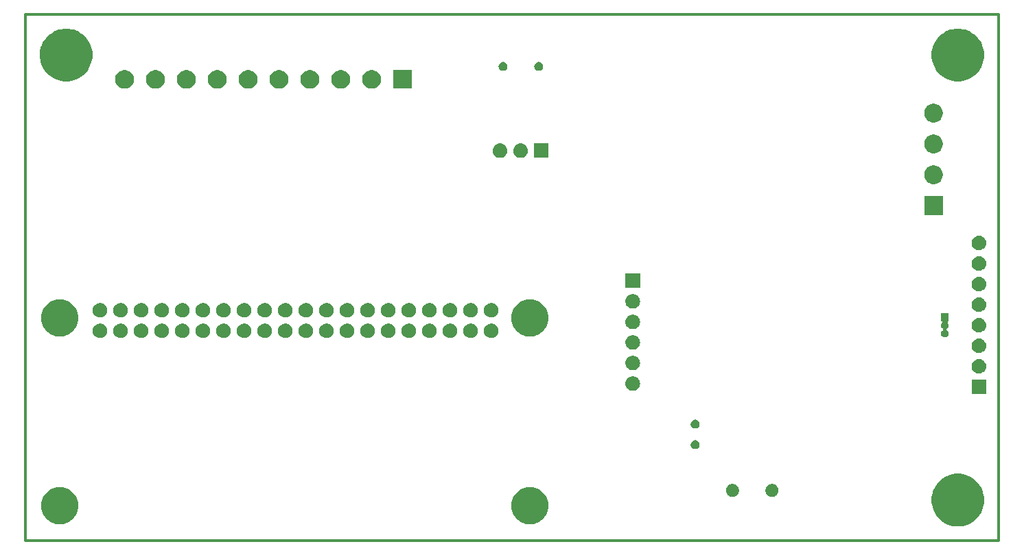
<source format=gbs>
G04 #@! TF.GenerationSoftware,KiCad,Pcbnew,5.0.2-bee76a0~70~ubuntu18.04.1*
G04 #@! TF.CreationDate,2019-02-06T18:27:39+01:00*
G04 #@! TF.ProjectId,g-track,672d7472-6163-46b2-9e6b-696361645f70,rev?*
G04 #@! TF.SameCoordinates,Original*
G04 #@! TF.FileFunction,Soldermask,Bot*
G04 #@! TF.FilePolarity,Negative*
%FSLAX46Y46*%
G04 Gerber Fmt 4.6, Leading zero omitted, Abs format (unit mm)*
G04 Created by KiCad (PCBNEW 5.0.2-bee76a0~70~ubuntu18.04.1) date 2019. febr. 6., szerda, 18:27:39 CET*
%MOMM*%
%LPD*%
G01*
G04 APERTURE LIST*
%ADD10C,0.300000*%
%ADD11C,0.100000*%
G04 APERTURE END LIST*
D10*
X90000000Y-55000000D02*
X90000000Y-120000000D01*
X210000000Y-55000000D02*
X90000000Y-55000000D01*
X210000000Y-120000000D02*
X210000000Y-55000000D01*
X90000000Y-120000000D02*
X210000000Y-120000000D01*
D11*
G36*
X205634239Y-111811467D02*
X205948282Y-111873934D01*
X206539926Y-112119001D01*
X206829523Y-112312504D01*
X207072395Y-112474786D01*
X207525214Y-112927605D01*
X207525216Y-112927608D01*
X207880999Y-113460074D01*
X208068481Y-113912696D01*
X208126066Y-114051719D01*
X208251000Y-114679803D01*
X208251000Y-115320197D01*
X208220532Y-115473370D01*
X208126066Y-115948282D01*
X207880999Y-116539926D01*
X207633265Y-116910685D01*
X207525214Y-117072395D01*
X207072395Y-117525214D01*
X207072392Y-117525216D01*
X206539926Y-117880999D01*
X205948282Y-118126066D01*
X205634239Y-118188533D01*
X205320197Y-118251000D01*
X204679803Y-118251000D01*
X204365761Y-118188533D01*
X204051718Y-118126066D01*
X203460074Y-117880999D01*
X202927608Y-117525216D01*
X202927605Y-117525214D01*
X202474786Y-117072395D01*
X202366735Y-116910685D01*
X202119001Y-116539926D01*
X201873934Y-115948282D01*
X201779468Y-115473370D01*
X201749000Y-115320197D01*
X201749000Y-114679803D01*
X201873934Y-114051719D01*
X201931519Y-113912696D01*
X202119001Y-113460074D01*
X202474784Y-112927608D01*
X202474786Y-112927605D01*
X202927605Y-112474786D01*
X203170477Y-112312504D01*
X203460074Y-112119001D01*
X204051718Y-111873934D01*
X204365761Y-111811467D01*
X204679803Y-111749000D01*
X205320197Y-111749000D01*
X205634239Y-111811467D01*
X205634239Y-111811467D01*
G37*
G36*
X152605080Y-113434496D02*
X152871177Y-113487426D01*
X153289932Y-113660880D01*
X153666802Y-113912696D01*
X153987304Y-114233198D01*
X154239120Y-114610068D01*
X154412574Y-115028823D01*
X154412574Y-115028824D01*
X154476523Y-115350314D01*
X154501000Y-115473371D01*
X154501000Y-115926629D01*
X154412574Y-116371177D01*
X154239120Y-116789932D01*
X153987304Y-117166802D01*
X153666802Y-117487304D01*
X153289932Y-117739120D01*
X152871177Y-117912574D01*
X152648903Y-117956787D01*
X152426630Y-118001000D01*
X151973370Y-118001000D01*
X151751097Y-117956787D01*
X151528823Y-117912574D01*
X151110068Y-117739120D01*
X150733198Y-117487304D01*
X150412696Y-117166802D01*
X150160880Y-116789932D01*
X149987426Y-116371177D01*
X149899000Y-115926629D01*
X149899000Y-115473371D01*
X149923478Y-115350314D01*
X149987426Y-115028824D01*
X149987426Y-115028823D01*
X150160880Y-114610068D01*
X150412696Y-114233198D01*
X150733198Y-113912696D01*
X151110068Y-113660880D01*
X151528823Y-113487426D01*
X151794920Y-113434496D01*
X151973370Y-113399000D01*
X152426630Y-113399000D01*
X152605080Y-113434496D01*
X152605080Y-113434496D01*
G37*
G36*
X94605080Y-113434496D02*
X94871177Y-113487426D01*
X95289932Y-113660880D01*
X95666802Y-113912696D01*
X95987304Y-114233198D01*
X96239120Y-114610068D01*
X96412574Y-115028823D01*
X96412574Y-115028824D01*
X96476523Y-115350314D01*
X96501000Y-115473371D01*
X96501000Y-115926629D01*
X96412574Y-116371177D01*
X96239120Y-116789932D01*
X95987304Y-117166802D01*
X95666802Y-117487304D01*
X95289932Y-117739120D01*
X94871177Y-117912574D01*
X94648903Y-117956787D01*
X94426630Y-118001000D01*
X93973370Y-118001000D01*
X93751097Y-117956787D01*
X93528823Y-117912574D01*
X93110068Y-117739120D01*
X92733198Y-117487304D01*
X92412696Y-117166802D01*
X92160880Y-116789932D01*
X91987426Y-116371177D01*
X91899000Y-115926629D01*
X91899000Y-115473371D01*
X91923478Y-115350314D01*
X91987426Y-115028824D01*
X91987426Y-115028823D01*
X92160880Y-114610068D01*
X92412696Y-114233198D01*
X92733198Y-113912696D01*
X93110068Y-113660880D01*
X93528823Y-113487426D01*
X93794920Y-113434496D01*
X93973370Y-113399000D01*
X94426630Y-113399000D01*
X94605080Y-113434496D01*
X94605080Y-113434496D01*
G37*
G36*
X177433643Y-113029781D02*
X177579415Y-113090162D01*
X177710611Y-113177824D01*
X177822176Y-113289389D01*
X177909838Y-113420585D01*
X177970219Y-113566357D01*
X178001000Y-113721107D01*
X178001000Y-113878893D01*
X177970219Y-114033643D01*
X177909838Y-114179415D01*
X177822176Y-114310611D01*
X177710611Y-114422176D01*
X177579415Y-114509838D01*
X177433643Y-114570219D01*
X177278893Y-114601000D01*
X177121107Y-114601000D01*
X176966357Y-114570219D01*
X176820585Y-114509838D01*
X176689389Y-114422176D01*
X176577824Y-114310611D01*
X176490162Y-114179415D01*
X176429781Y-114033643D01*
X176399000Y-113878893D01*
X176399000Y-113721107D01*
X176429781Y-113566357D01*
X176490162Y-113420585D01*
X176577824Y-113289389D01*
X176689389Y-113177824D01*
X176820585Y-113090162D01*
X176966357Y-113029781D01*
X177121107Y-112999000D01*
X177278893Y-112999000D01*
X177433643Y-113029781D01*
X177433643Y-113029781D01*
G37*
G36*
X182313643Y-113029781D02*
X182459415Y-113090162D01*
X182590611Y-113177824D01*
X182702176Y-113289389D01*
X182789838Y-113420585D01*
X182850219Y-113566357D01*
X182881000Y-113721107D01*
X182881000Y-113878893D01*
X182850219Y-114033643D01*
X182789838Y-114179415D01*
X182702176Y-114310611D01*
X182590611Y-114422176D01*
X182459415Y-114509838D01*
X182313643Y-114570219D01*
X182158893Y-114601000D01*
X182001107Y-114601000D01*
X181846357Y-114570219D01*
X181700585Y-114509838D01*
X181569389Y-114422176D01*
X181457824Y-114310611D01*
X181370162Y-114179415D01*
X181309781Y-114033643D01*
X181279000Y-113878893D01*
X181279000Y-113721107D01*
X181309781Y-113566357D01*
X181370162Y-113420585D01*
X181457824Y-113289389D01*
X181569389Y-113177824D01*
X181700585Y-113090162D01*
X181846357Y-113029781D01*
X182001107Y-112999000D01*
X182158893Y-112999000D01*
X182313643Y-113029781D01*
X182313643Y-113029781D01*
G37*
G36*
X172760721Y-107610174D02*
X172860995Y-107651709D01*
X172951245Y-107712012D01*
X173027988Y-107788755D01*
X173088291Y-107879005D01*
X173129826Y-107979279D01*
X173151000Y-108085730D01*
X173151000Y-108194270D01*
X173129826Y-108300721D01*
X173088291Y-108400995D01*
X173027988Y-108491245D01*
X172951245Y-108567988D01*
X172860995Y-108628291D01*
X172760721Y-108669826D01*
X172654270Y-108691000D01*
X172545730Y-108691000D01*
X172439279Y-108669826D01*
X172339005Y-108628291D01*
X172248755Y-108567988D01*
X172172012Y-108491245D01*
X172111709Y-108400995D01*
X172070174Y-108300721D01*
X172049000Y-108194270D01*
X172049000Y-108085730D01*
X172070174Y-107979279D01*
X172111709Y-107879005D01*
X172172012Y-107788755D01*
X172248755Y-107712012D01*
X172339005Y-107651709D01*
X172439279Y-107610174D01*
X172545730Y-107589000D01*
X172654270Y-107589000D01*
X172760721Y-107610174D01*
X172760721Y-107610174D01*
G37*
G36*
X172760721Y-105070174D02*
X172860995Y-105111709D01*
X172951245Y-105172012D01*
X173027988Y-105248755D01*
X173088291Y-105339005D01*
X173129826Y-105439279D01*
X173151000Y-105545730D01*
X173151000Y-105654270D01*
X173129826Y-105760721D01*
X173088291Y-105860995D01*
X173027988Y-105951245D01*
X172951245Y-106027988D01*
X172860995Y-106088291D01*
X172760721Y-106129826D01*
X172654270Y-106151000D01*
X172545730Y-106151000D01*
X172439279Y-106129826D01*
X172339005Y-106088291D01*
X172248755Y-106027988D01*
X172172012Y-105951245D01*
X172111709Y-105860995D01*
X172070174Y-105760721D01*
X172049000Y-105654270D01*
X172049000Y-105545730D01*
X172070174Y-105439279D01*
X172111709Y-105339005D01*
X172172012Y-105248755D01*
X172248755Y-105172012D01*
X172339005Y-105111709D01*
X172439279Y-105070174D01*
X172545730Y-105049000D01*
X172654270Y-105049000D01*
X172760721Y-105070174D01*
X172760721Y-105070174D01*
G37*
G36*
X208501000Y-101901000D02*
X206699000Y-101901000D01*
X206699000Y-100099000D01*
X208501000Y-100099000D01*
X208501000Y-101901000D01*
X208501000Y-101901000D01*
G37*
G36*
X165010443Y-99705519D02*
X165076627Y-99712037D01*
X165189853Y-99746384D01*
X165246467Y-99763557D01*
X165385087Y-99837652D01*
X165402991Y-99847222D01*
X165438729Y-99876552D01*
X165540186Y-99959814D01*
X165623448Y-100061271D01*
X165652778Y-100097009D01*
X165652779Y-100097011D01*
X165736443Y-100253533D01*
X165736443Y-100253534D01*
X165787963Y-100423373D01*
X165805359Y-100600000D01*
X165787963Y-100776627D01*
X165753616Y-100889853D01*
X165736443Y-100946467D01*
X165662348Y-101085087D01*
X165652778Y-101102991D01*
X165623448Y-101138729D01*
X165540186Y-101240186D01*
X165438729Y-101323448D01*
X165402991Y-101352778D01*
X165402989Y-101352779D01*
X165246467Y-101436443D01*
X165189853Y-101453616D01*
X165076627Y-101487963D01*
X165010443Y-101494481D01*
X164944260Y-101501000D01*
X164855740Y-101501000D01*
X164789557Y-101494481D01*
X164723373Y-101487963D01*
X164610147Y-101453616D01*
X164553533Y-101436443D01*
X164397011Y-101352779D01*
X164397009Y-101352778D01*
X164361271Y-101323448D01*
X164259814Y-101240186D01*
X164176552Y-101138729D01*
X164147222Y-101102991D01*
X164137652Y-101085087D01*
X164063557Y-100946467D01*
X164046384Y-100889853D01*
X164012037Y-100776627D01*
X163994641Y-100600000D01*
X164012037Y-100423373D01*
X164063557Y-100253534D01*
X164063557Y-100253533D01*
X164147221Y-100097011D01*
X164147222Y-100097009D01*
X164176552Y-100061271D01*
X164259814Y-99959814D01*
X164361271Y-99876552D01*
X164397009Y-99847222D01*
X164414913Y-99837652D01*
X164553533Y-99763557D01*
X164610147Y-99746384D01*
X164723373Y-99712037D01*
X164789557Y-99705519D01*
X164855740Y-99699000D01*
X164944260Y-99699000D01*
X165010443Y-99705519D01*
X165010443Y-99705519D01*
G37*
G36*
X207710442Y-97565518D02*
X207776627Y-97572037D01*
X207889853Y-97606384D01*
X207946467Y-97623557D01*
X208085087Y-97697652D01*
X208102991Y-97707222D01*
X208110682Y-97713534D01*
X208240186Y-97819814D01*
X208292348Y-97883375D01*
X208352778Y-97957009D01*
X208352779Y-97957011D01*
X208436443Y-98113533D01*
X208436443Y-98113534D01*
X208487963Y-98283373D01*
X208505359Y-98460000D01*
X208487963Y-98636627D01*
X208453616Y-98749853D01*
X208436443Y-98806467D01*
X208433069Y-98812779D01*
X208352778Y-98962991D01*
X208323448Y-98998729D01*
X208240186Y-99100186D01*
X208138729Y-99183448D01*
X208102991Y-99212778D01*
X208102989Y-99212779D01*
X207946467Y-99296443D01*
X207889853Y-99313616D01*
X207776627Y-99347963D01*
X207710443Y-99354481D01*
X207644260Y-99361000D01*
X207555740Y-99361000D01*
X207489557Y-99354481D01*
X207423373Y-99347963D01*
X207310147Y-99313616D01*
X207253533Y-99296443D01*
X207097011Y-99212779D01*
X207097009Y-99212778D01*
X207061271Y-99183448D01*
X206959814Y-99100186D01*
X206876552Y-98998729D01*
X206847222Y-98962991D01*
X206766931Y-98812779D01*
X206763557Y-98806467D01*
X206746384Y-98749853D01*
X206712037Y-98636627D01*
X206694641Y-98460000D01*
X206712037Y-98283373D01*
X206763557Y-98113534D01*
X206763557Y-98113533D01*
X206847221Y-97957011D01*
X206847222Y-97957009D01*
X206907652Y-97883375D01*
X206959814Y-97819814D01*
X207089318Y-97713534D01*
X207097009Y-97707222D01*
X207114913Y-97697652D01*
X207253533Y-97623557D01*
X207310147Y-97606384D01*
X207423373Y-97572037D01*
X207489557Y-97565519D01*
X207555740Y-97559000D01*
X207644260Y-97559000D01*
X207710442Y-97565518D01*
X207710442Y-97565518D01*
G37*
G36*
X165010442Y-97165518D02*
X165076627Y-97172037D01*
X165189853Y-97206384D01*
X165246467Y-97223557D01*
X165385087Y-97297652D01*
X165402991Y-97307222D01*
X165438729Y-97336552D01*
X165540186Y-97419814D01*
X165623448Y-97521271D01*
X165652778Y-97557009D01*
X165652779Y-97557011D01*
X165736443Y-97713533D01*
X165736443Y-97713534D01*
X165787963Y-97883373D01*
X165805359Y-98060000D01*
X165787963Y-98236627D01*
X165773782Y-98283375D01*
X165736443Y-98406467D01*
X165662348Y-98545087D01*
X165652778Y-98562991D01*
X165623448Y-98598729D01*
X165540186Y-98700186D01*
X165438729Y-98783448D01*
X165402991Y-98812778D01*
X165402989Y-98812779D01*
X165246467Y-98896443D01*
X165189853Y-98913616D01*
X165076627Y-98947963D01*
X165010443Y-98954481D01*
X164944260Y-98961000D01*
X164855740Y-98961000D01*
X164789558Y-98954482D01*
X164723373Y-98947963D01*
X164610147Y-98913616D01*
X164553533Y-98896443D01*
X164397011Y-98812779D01*
X164397009Y-98812778D01*
X164361271Y-98783448D01*
X164259814Y-98700186D01*
X164176552Y-98598729D01*
X164147222Y-98562991D01*
X164137652Y-98545087D01*
X164063557Y-98406467D01*
X164026218Y-98283375D01*
X164012037Y-98236627D01*
X163994641Y-98060000D01*
X164012037Y-97883373D01*
X164063557Y-97713534D01*
X164063557Y-97713533D01*
X164147221Y-97557011D01*
X164147222Y-97557009D01*
X164176552Y-97521271D01*
X164259814Y-97419814D01*
X164361271Y-97336552D01*
X164397009Y-97307222D01*
X164414913Y-97297652D01*
X164553533Y-97223557D01*
X164610147Y-97206384D01*
X164723373Y-97172037D01*
X164789558Y-97165518D01*
X164855740Y-97159000D01*
X164944260Y-97159000D01*
X165010442Y-97165518D01*
X165010442Y-97165518D01*
G37*
G36*
X207710443Y-95025519D02*
X207776627Y-95032037D01*
X207889853Y-95066384D01*
X207946467Y-95083557D01*
X208085087Y-95157652D01*
X208102991Y-95167222D01*
X208110682Y-95173534D01*
X208240186Y-95279814D01*
X208292348Y-95343375D01*
X208352778Y-95417009D01*
X208352779Y-95417011D01*
X208436443Y-95573533D01*
X208436443Y-95573534D01*
X208487963Y-95743373D01*
X208505359Y-95920000D01*
X208487963Y-96096627D01*
X208453616Y-96209853D01*
X208436443Y-96266467D01*
X208433069Y-96272779D01*
X208352778Y-96422991D01*
X208323448Y-96458729D01*
X208240186Y-96560186D01*
X208138729Y-96643448D01*
X208102991Y-96672778D01*
X208102989Y-96672779D01*
X207946467Y-96756443D01*
X207889853Y-96773616D01*
X207776627Y-96807963D01*
X207710442Y-96814482D01*
X207644260Y-96821000D01*
X207555740Y-96821000D01*
X207489558Y-96814482D01*
X207423373Y-96807963D01*
X207310147Y-96773616D01*
X207253533Y-96756443D01*
X207097011Y-96672779D01*
X207097009Y-96672778D01*
X207061271Y-96643448D01*
X206959814Y-96560186D01*
X206876552Y-96458729D01*
X206847222Y-96422991D01*
X206766931Y-96272779D01*
X206763557Y-96266467D01*
X206746384Y-96209853D01*
X206712037Y-96096627D01*
X206694641Y-95920000D01*
X206712037Y-95743373D01*
X206763557Y-95573534D01*
X206763557Y-95573533D01*
X206847221Y-95417011D01*
X206847222Y-95417009D01*
X206907652Y-95343375D01*
X206959814Y-95279814D01*
X207089318Y-95173534D01*
X207097009Y-95167222D01*
X207114913Y-95157652D01*
X207253533Y-95083557D01*
X207310147Y-95066384D01*
X207423373Y-95032037D01*
X207489557Y-95025519D01*
X207555740Y-95019000D01*
X207644260Y-95019000D01*
X207710443Y-95025519D01*
X207710443Y-95025519D01*
G37*
G36*
X165010443Y-94625519D02*
X165076627Y-94632037D01*
X165150196Y-94654354D01*
X165246467Y-94683557D01*
X165300753Y-94712574D01*
X165402991Y-94767222D01*
X165438729Y-94796552D01*
X165540186Y-94879814D01*
X165594810Y-94946375D01*
X165652778Y-95017009D01*
X165652779Y-95017011D01*
X165736443Y-95173533D01*
X165736443Y-95173534D01*
X165787963Y-95343373D01*
X165805359Y-95520000D01*
X165787963Y-95696627D01*
X165773782Y-95743375D01*
X165736443Y-95866467D01*
X165662348Y-96005087D01*
X165652778Y-96022991D01*
X165623448Y-96058729D01*
X165540186Y-96160186D01*
X165438729Y-96243448D01*
X165402991Y-96272778D01*
X165402989Y-96272779D01*
X165246467Y-96356443D01*
X165189853Y-96373616D01*
X165076627Y-96407963D01*
X165010442Y-96414482D01*
X164944260Y-96421000D01*
X164855740Y-96421000D01*
X164789557Y-96414481D01*
X164723373Y-96407963D01*
X164610147Y-96373616D01*
X164553533Y-96356443D01*
X164397011Y-96272779D01*
X164397009Y-96272778D01*
X164361271Y-96243448D01*
X164259814Y-96160186D01*
X164176552Y-96058729D01*
X164147222Y-96022991D01*
X164137652Y-96005087D01*
X164063557Y-95866467D01*
X164026218Y-95743375D01*
X164012037Y-95696627D01*
X163994641Y-95520000D01*
X164012037Y-95343373D01*
X164063557Y-95173534D01*
X164063557Y-95173533D01*
X164147221Y-95017011D01*
X164147222Y-95017009D01*
X164205190Y-94946375D01*
X164259814Y-94879814D01*
X164361271Y-94796552D01*
X164397009Y-94767222D01*
X164499247Y-94712574D01*
X164553533Y-94683557D01*
X164649804Y-94654354D01*
X164723373Y-94632037D01*
X164789558Y-94625518D01*
X164855740Y-94619000D01*
X164944260Y-94619000D01*
X165010443Y-94625519D01*
X165010443Y-94625519D01*
G37*
G36*
X119752812Y-93213624D02*
X119916784Y-93281544D01*
X120064354Y-93380147D01*
X120189853Y-93505646D01*
X120288456Y-93653216D01*
X120356376Y-93817188D01*
X120391000Y-93991259D01*
X120391000Y-94168741D01*
X120356376Y-94342812D01*
X120288456Y-94506784D01*
X120189853Y-94654354D01*
X120064354Y-94779853D01*
X119916784Y-94878456D01*
X119752812Y-94946376D01*
X119578741Y-94981000D01*
X119401259Y-94981000D01*
X119227188Y-94946376D01*
X119063216Y-94878456D01*
X118915646Y-94779853D01*
X118790147Y-94654354D01*
X118691544Y-94506784D01*
X118623624Y-94342812D01*
X118589000Y-94168741D01*
X118589000Y-93991259D01*
X118623624Y-93817188D01*
X118691544Y-93653216D01*
X118790147Y-93505646D01*
X118915646Y-93380147D01*
X119063216Y-93281544D01*
X119227188Y-93213624D01*
X119401259Y-93179000D01*
X119578741Y-93179000D01*
X119752812Y-93213624D01*
X119752812Y-93213624D01*
G37*
G36*
X99432812Y-93213624D02*
X99596784Y-93281544D01*
X99744354Y-93380147D01*
X99869853Y-93505646D01*
X99968456Y-93653216D01*
X100036376Y-93817188D01*
X100071000Y-93991259D01*
X100071000Y-94168741D01*
X100036376Y-94342812D01*
X99968456Y-94506784D01*
X99869853Y-94654354D01*
X99744354Y-94779853D01*
X99596784Y-94878456D01*
X99432812Y-94946376D01*
X99258741Y-94981000D01*
X99081259Y-94981000D01*
X98907188Y-94946376D01*
X98743216Y-94878456D01*
X98595646Y-94779853D01*
X98470147Y-94654354D01*
X98371544Y-94506784D01*
X98303624Y-94342812D01*
X98269000Y-94168741D01*
X98269000Y-93991259D01*
X98303624Y-93817188D01*
X98371544Y-93653216D01*
X98470147Y-93505646D01*
X98595646Y-93380147D01*
X98743216Y-93281544D01*
X98907188Y-93213624D01*
X99081259Y-93179000D01*
X99258741Y-93179000D01*
X99432812Y-93213624D01*
X99432812Y-93213624D01*
G37*
G36*
X101972812Y-93213624D02*
X102136784Y-93281544D01*
X102284354Y-93380147D01*
X102409853Y-93505646D01*
X102508456Y-93653216D01*
X102576376Y-93817188D01*
X102611000Y-93991259D01*
X102611000Y-94168741D01*
X102576376Y-94342812D01*
X102508456Y-94506784D01*
X102409853Y-94654354D01*
X102284354Y-94779853D01*
X102136784Y-94878456D01*
X101972812Y-94946376D01*
X101798741Y-94981000D01*
X101621259Y-94981000D01*
X101447188Y-94946376D01*
X101283216Y-94878456D01*
X101135646Y-94779853D01*
X101010147Y-94654354D01*
X100911544Y-94506784D01*
X100843624Y-94342812D01*
X100809000Y-94168741D01*
X100809000Y-93991259D01*
X100843624Y-93817188D01*
X100911544Y-93653216D01*
X101010147Y-93505646D01*
X101135646Y-93380147D01*
X101283216Y-93281544D01*
X101447188Y-93213624D01*
X101621259Y-93179000D01*
X101798741Y-93179000D01*
X101972812Y-93213624D01*
X101972812Y-93213624D01*
G37*
G36*
X104512812Y-93213624D02*
X104676784Y-93281544D01*
X104824354Y-93380147D01*
X104949853Y-93505646D01*
X105048456Y-93653216D01*
X105116376Y-93817188D01*
X105151000Y-93991259D01*
X105151000Y-94168741D01*
X105116376Y-94342812D01*
X105048456Y-94506784D01*
X104949853Y-94654354D01*
X104824354Y-94779853D01*
X104676784Y-94878456D01*
X104512812Y-94946376D01*
X104338741Y-94981000D01*
X104161259Y-94981000D01*
X103987188Y-94946376D01*
X103823216Y-94878456D01*
X103675646Y-94779853D01*
X103550147Y-94654354D01*
X103451544Y-94506784D01*
X103383624Y-94342812D01*
X103349000Y-94168741D01*
X103349000Y-93991259D01*
X103383624Y-93817188D01*
X103451544Y-93653216D01*
X103550147Y-93505646D01*
X103675646Y-93380147D01*
X103823216Y-93281544D01*
X103987188Y-93213624D01*
X104161259Y-93179000D01*
X104338741Y-93179000D01*
X104512812Y-93213624D01*
X104512812Y-93213624D01*
G37*
G36*
X107052812Y-93213624D02*
X107216784Y-93281544D01*
X107364354Y-93380147D01*
X107489853Y-93505646D01*
X107588456Y-93653216D01*
X107656376Y-93817188D01*
X107691000Y-93991259D01*
X107691000Y-94168741D01*
X107656376Y-94342812D01*
X107588456Y-94506784D01*
X107489853Y-94654354D01*
X107364354Y-94779853D01*
X107216784Y-94878456D01*
X107052812Y-94946376D01*
X106878741Y-94981000D01*
X106701259Y-94981000D01*
X106527188Y-94946376D01*
X106363216Y-94878456D01*
X106215646Y-94779853D01*
X106090147Y-94654354D01*
X105991544Y-94506784D01*
X105923624Y-94342812D01*
X105889000Y-94168741D01*
X105889000Y-93991259D01*
X105923624Y-93817188D01*
X105991544Y-93653216D01*
X106090147Y-93505646D01*
X106215646Y-93380147D01*
X106363216Y-93281544D01*
X106527188Y-93213624D01*
X106701259Y-93179000D01*
X106878741Y-93179000D01*
X107052812Y-93213624D01*
X107052812Y-93213624D01*
G37*
G36*
X109592812Y-93213624D02*
X109756784Y-93281544D01*
X109904354Y-93380147D01*
X110029853Y-93505646D01*
X110128456Y-93653216D01*
X110196376Y-93817188D01*
X110231000Y-93991259D01*
X110231000Y-94168741D01*
X110196376Y-94342812D01*
X110128456Y-94506784D01*
X110029853Y-94654354D01*
X109904354Y-94779853D01*
X109756784Y-94878456D01*
X109592812Y-94946376D01*
X109418741Y-94981000D01*
X109241259Y-94981000D01*
X109067188Y-94946376D01*
X108903216Y-94878456D01*
X108755646Y-94779853D01*
X108630147Y-94654354D01*
X108531544Y-94506784D01*
X108463624Y-94342812D01*
X108429000Y-94168741D01*
X108429000Y-93991259D01*
X108463624Y-93817188D01*
X108531544Y-93653216D01*
X108630147Y-93505646D01*
X108755646Y-93380147D01*
X108903216Y-93281544D01*
X109067188Y-93213624D01*
X109241259Y-93179000D01*
X109418741Y-93179000D01*
X109592812Y-93213624D01*
X109592812Y-93213624D01*
G37*
G36*
X112132812Y-93213624D02*
X112296784Y-93281544D01*
X112444354Y-93380147D01*
X112569853Y-93505646D01*
X112668456Y-93653216D01*
X112736376Y-93817188D01*
X112771000Y-93991259D01*
X112771000Y-94168741D01*
X112736376Y-94342812D01*
X112668456Y-94506784D01*
X112569853Y-94654354D01*
X112444354Y-94779853D01*
X112296784Y-94878456D01*
X112132812Y-94946376D01*
X111958741Y-94981000D01*
X111781259Y-94981000D01*
X111607188Y-94946376D01*
X111443216Y-94878456D01*
X111295646Y-94779853D01*
X111170147Y-94654354D01*
X111071544Y-94506784D01*
X111003624Y-94342812D01*
X110969000Y-94168741D01*
X110969000Y-93991259D01*
X111003624Y-93817188D01*
X111071544Y-93653216D01*
X111170147Y-93505646D01*
X111295646Y-93380147D01*
X111443216Y-93281544D01*
X111607188Y-93213624D01*
X111781259Y-93179000D01*
X111958741Y-93179000D01*
X112132812Y-93213624D01*
X112132812Y-93213624D01*
G37*
G36*
X114672812Y-93213624D02*
X114836784Y-93281544D01*
X114984354Y-93380147D01*
X115109853Y-93505646D01*
X115208456Y-93653216D01*
X115276376Y-93817188D01*
X115311000Y-93991259D01*
X115311000Y-94168741D01*
X115276376Y-94342812D01*
X115208456Y-94506784D01*
X115109853Y-94654354D01*
X114984354Y-94779853D01*
X114836784Y-94878456D01*
X114672812Y-94946376D01*
X114498741Y-94981000D01*
X114321259Y-94981000D01*
X114147188Y-94946376D01*
X113983216Y-94878456D01*
X113835646Y-94779853D01*
X113710147Y-94654354D01*
X113611544Y-94506784D01*
X113543624Y-94342812D01*
X113509000Y-94168741D01*
X113509000Y-93991259D01*
X113543624Y-93817188D01*
X113611544Y-93653216D01*
X113710147Y-93505646D01*
X113835646Y-93380147D01*
X113983216Y-93281544D01*
X114147188Y-93213624D01*
X114321259Y-93179000D01*
X114498741Y-93179000D01*
X114672812Y-93213624D01*
X114672812Y-93213624D01*
G37*
G36*
X117212812Y-93213624D02*
X117376784Y-93281544D01*
X117524354Y-93380147D01*
X117649853Y-93505646D01*
X117748456Y-93653216D01*
X117816376Y-93817188D01*
X117851000Y-93991259D01*
X117851000Y-94168741D01*
X117816376Y-94342812D01*
X117748456Y-94506784D01*
X117649853Y-94654354D01*
X117524354Y-94779853D01*
X117376784Y-94878456D01*
X117212812Y-94946376D01*
X117038741Y-94981000D01*
X116861259Y-94981000D01*
X116687188Y-94946376D01*
X116523216Y-94878456D01*
X116375646Y-94779853D01*
X116250147Y-94654354D01*
X116151544Y-94506784D01*
X116083624Y-94342812D01*
X116049000Y-94168741D01*
X116049000Y-93991259D01*
X116083624Y-93817188D01*
X116151544Y-93653216D01*
X116250147Y-93505646D01*
X116375646Y-93380147D01*
X116523216Y-93281544D01*
X116687188Y-93213624D01*
X116861259Y-93179000D01*
X117038741Y-93179000D01*
X117212812Y-93213624D01*
X117212812Y-93213624D01*
G37*
G36*
X124832812Y-93213624D02*
X124996784Y-93281544D01*
X125144354Y-93380147D01*
X125269853Y-93505646D01*
X125368456Y-93653216D01*
X125436376Y-93817188D01*
X125471000Y-93991259D01*
X125471000Y-94168741D01*
X125436376Y-94342812D01*
X125368456Y-94506784D01*
X125269853Y-94654354D01*
X125144354Y-94779853D01*
X124996784Y-94878456D01*
X124832812Y-94946376D01*
X124658741Y-94981000D01*
X124481259Y-94981000D01*
X124307188Y-94946376D01*
X124143216Y-94878456D01*
X123995646Y-94779853D01*
X123870147Y-94654354D01*
X123771544Y-94506784D01*
X123703624Y-94342812D01*
X123669000Y-94168741D01*
X123669000Y-93991259D01*
X123703624Y-93817188D01*
X123771544Y-93653216D01*
X123870147Y-93505646D01*
X123995646Y-93380147D01*
X124143216Y-93281544D01*
X124307188Y-93213624D01*
X124481259Y-93179000D01*
X124658741Y-93179000D01*
X124832812Y-93213624D01*
X124832812Y-93213624D01*
G37*
G36*
X127372812Y-93213624D02*
X127536784Y-93281544D01*
X127684354Y-93380147D01*
X127809853Y-93505646D01*
X127908456Y-93653216D01*
X127976376Y-93817188D01*
X128011000Y-93991259D01*
X128011000Y-94168741D01*
X127976376Y-94342812D01*
X127908456Y-94506784D01*
X127809853Y-94654354D01*
X127684354Y-94779853D01*
X127536784Y-94878456D01*
X127372812Y-94946376D01*
X127198741Y-94981000D01*
X127021259Y-94981000D01*
X126847188Y-94946376D01*
X126683216Y-94878456D01*
X126535646Y-94779853D01*
X126410147Y-94654354D01*
X126311544Y-94506784D01*
X126243624Y-94342812D01*
X126209000Y-94168741D01*
X126209000Y-93991259D01*
X126243624Y-93817188D01*
X126311544Y-93653216D01*
X126410147Y-93505646D01*
X126535646Y-93380147D01*
X126683216Y-93281544D01*
X126847188Y-93213624D01*
X127021259Y-93179000D01*
X127198741Y-93179000D01*
X127372812Y-93213624D01*
X127372812Y-93213624D01*
G37*
G36*
X142612812Y-93213624D02*
X142776784Y-93281544D01*
X142924354Y-93380147D01*
X143049853Y-93505646D01*
X143148456Y-93653216D01*
X143216376Y-93817188D01*
X143251000Y-93991259D01*
X143251000Y-94168741D01*
X143216376Y-94342812D01*
X143148456Y-94506784D01*
X143049853Y-94654354D01*
X142924354Y-94779853D01*
X142776784Y-94878456D01*
X142612812Y-94946376D01*
X142438741Y-94981000D01*
X142261259Y-94981000D01*
X142087188Y-94946376D01*
X141923216Y-94878456D01*
X141775646Y-94779853D01*
X141650147Y-94654354D01*
X141551544Y-94506784D01*
X141483624Y-94342812D01*
X141449000Y-94168741D01*
X141449000Y-93991259D01*
X141483624Y-93817188D01*
X141551544Y-93653216D01*
X141650147Y-93505646D01*
X141775646Y-93380147D01*
X141923216Y-93281544D01*
X142087188Y-93213624D01*
X142261259Y-93179000D01*
X142438741Y-93179000D01*
X142612812Y-93213624D01*
X142612812Y-93213624D01*
G37*
G36*
X140072812Y-93213624D02*
X140236784Y-93281544D01*
X140384354Y-93380147D01*
X140509853Y-93505646D01*
X140608456Y-93653216D01*
X140676376Y-93817188D01*
X140711000Y-93991259D01*
X140711000Y-94168741D01*
X140676376Y-94342812D01*
X140608456Y-94506784D01*
X140509853Y-94654354D01*
X140384354Y-94779853D01*
X140236784Y-94878456D01*
X140072812Y-94946376D01*
X139898741Y-94981000D01*
X139721259Y-94981000D01*
X139547188Y-94946376D01*
X139383216Y-94878456D01*
X139235646Y-94779853D01*
X139110147Y-94654354D01*
X139011544Y-94506784D01*
X138943624Y-94342812D01*
X138909000Y-94168741D01*
X138909000Y-93991259D01*
X138943624Y-93817188D01*
X139011544Y-93653216D01*
X139110147Y-93505646D01*
X139235646Y-93380147D01*
X139383216Y-93281544D01*
X139547188Y-93213624D01*
X139721259Y-93179000D01*
X139898741Y-93179000D01*
X140072812Y-93213624D01*
X140072812Y-93213624D01*
G37*
G36*
X122292812Y-93213624D02*
X122456784Y-93281544D01*
X122604354Y-93380147D01*
X122729853Y-93505646D01*
X122828456Y-93653216D01*
X122896376Y-93817188D01*
X122931000Y-93991259D01*
X122931000Y-94168741D01*
X122896376Y-94342812D01*
X122828456Y-94506784D01*
X122729853Y-94654354D01*
X122604354Y-94779853D01*
X122456784Y-94878456D01*
X122292812Y-94946376D01*
X122118741Y-94981000D01*
X121941259Y-94981000D01*
X121767188Y-94946376D01*
X121603216Y-94878456D01*
X121455646Y-94779853D01*
X121330147Y-94654354D01*
X121231544Y-94506784D01*
X121163624Y-94342812D01*
X121129000Y-94168741D01*
X121129000Y-93991259D01*
X121163624Y-93817188D01*
X121231544Y-93653216D01*
X121330147Y-93505646D01*
X121455646Y-93380147D01*
X121603216Y-93281544D01*
X121767188Y-93213624D01*
X121941259Y-93179000D01*
X122118741Y-93179000D01*
X122292812Y-93213624D01*
X122292812Y-93213624D01*
G37*
G36*
X145152812Y-93213624D02*
X145316784Y-93281544D01*
X145464354Y-93380147D01*
X145589853Y-93505646D01*
X145688456Y-93653216D01*
X145756376Y-93817188D01*
X145791000Y-93991259D01*
X145791000Y-94168741D01*
X145756376Y-94342812D01*
X145688456Y-94506784D01*
X145589853Y-94654354D01*
X145464354Y-94779853D01*
X145316784Y-94878456D01*
X145152812Y-94946376D01*
X144978741Y-94981000D01*
X144801259Y-94981000D01*
X144627188Y-94946376D01*
X144463216Y-94878456D01*
X144315646Y-94779853D01*
X144190147Y-94654354D01*
X144091544Y-94506784D01*
X144023624Y-94342812D01*
X143989000Y-94168741D01*
X143989000Y-93991259D01*
X144023624Y-93817188D01*
X144091544Y-93653216D01*
X144190147Y-93505646D01*
X144315646Y-93380147D01*
X144463216Y-93281544D01*
X144627188Y-93213624D01*
X144801259Y-93179000D01*
X144978741Y-93179000D01*
X145152812Y-93213624D01*
X145152812Y-93213624D01*
G37*
G36*
X147692812Y-93213624D02*
X147856784Y-93281544D01*
X148004354Y-93380147D01*
X148129853Y-93505646D01*
X148228456Y-93653216D01*
X148296376Y-93817188D01*
X148331000Y-93991259D01*
X148331000Y-94168741D01*
X148296376Y-94342812D01*
X148228456Y-94506784D01*
X148129853Y-94654354D01*
X148004354Y-94779853D01*
X147856784Y-94878456D01*
X147692812Y-94946376D01*
X147518741Y-94981000D01*
X147341259Y-94981000D01*
X147167188Y-94946376D01*
X147003216Y-94878456D01*
X146855646Y-94779853D01*
X146730147Y-94654354D01*
X146631544Y-94506784D01*
X146563624Y-94342812D01*
X146529000Y-94168741D01*
X146529000Y-93991259D01*
X146563624Y-93817188D01*
X146631544Y-93653216D01*
X146730147Y-93505646D01*
X146855646Y-93380147D01*
X147003216Y-93281544D01*
X147167188Y-93213624D01*
X147341259Y-93179000D01*
X147518741Y-93179000D01*
X147692812Y-93213624D01*
X147692812Y-93213624D01*
G37*
G36*
X137532812Y-93213624D02*
X137696784Y-93281544D01*
X137844354Y-93380147D01*
X137969853Y-93505646D01*
X138068456Y-93653216D01*
X138136376Y-93817188D01*
X138171000Y-93991259D01*
X138171000Y-94168741D01*
X138136376Y-94342812D01*
X138068456Y-94506784D01*
X137969853Y-94654354D01*
X137844354Y-94779853D01*
X137696784Y-94878456D01*
X137532812Y-94946376D01*
X137358741Y-94981000D01*
X137181259Y-94981000D01*
X137007188Y-94946376D01*
X136843216Y-94878456D01*
X136695646Y-94779853D01*
X136570147Y-94654354D01*
X136471544Y-94506784D01*
X136403624Y-94342812D01*
X136369000Y-94168741D01*
X136369000Y-93991259D01*
X136403624Y-93817188D01*
X136471544Y-93653216D01*
X136570147Y-93505646D01*
X136695646Y-93380147D01*
X136843216Y-93281544D01*
X137007188Y-93213624D01*
X137181259Y-93179000D01*
X137358741Y-93179000D01*
X137532812Y-93213624D01*
X137532812Y-93213624D01*
G37*
G36*
X134992812Y-93213624D02*
X135156784Y-93281544D01*
X135304354Y-93380147D01*
X135429853Y-93505646D01*
X135528456Y-93653216D01*
X135596376Y-93817188D01*
X135631000Y-93991259D01*
X135631000Y-94168741D01*
X135596376Y-94342812D01*
X135528456Y-94506784D01*
X135429853Y-94654354D01*
X135304354Y-94779853D01*
X135156784Y-94878456D01*
X134992812Y-94946376D01*
X134818741Y-94981000D01*
X134641259Y-94981000D01*
X134467188Y-94946376D01*
X134303216Y-94878456D01*
X134155646Y-94779853D01*
X134030147Y-94654354D01*
X133931544Y-94506784D01*
X133863624Y-94342812D01*
X133829000Y-94168741D01*
X133829000Y-93991259D01*
X133863624Y-93817188D01*
X133931544Y-93653216D01*
X134030147Y-93505646D01*
X134155646Y-93380147D01*
X134303216Y-93281544D01*
X134467188Y-93213624D01*
X134641259Y-93179000D01*
X134818741Y-93179000D01*
X134992812Y-93213624D01*
X134992812Y-93213624D01*
G37*
G36*
X132452812Y-93213624D02*
X132616784Y-93281544D01*
X132764354Y-93380147D01*
X132889853Y-93505646D01*
X132988456Y-93653216D01*
X133056376Y-93817188D01*
X133091000Y-93991259D01*
X133091000Y-94168741D01*
X133056376Y-94342812D01*
X132988456Y-94506784D01*
X132889853Y-94654354D01*
X132764354Y-94779853D01*
X132616784Y-94878456D01*
X132452812Y-94946376D01*
X132278741Y-94981000D01*
X132101259Y-94981000D01*
X131927188Y-94946376D01*
X131763216Y-94878456D01*
X131615646Y-94779853D01*
X131490147Y-94654354D01*
X131391544Y-94506784D01*
X131323624Y-94342812D01*
X131289000Y-94168741D01*
X131289000Y-93991259D01*
X131323624Y-93817188D01*
X131391544Y-93653216D01*
X131490147Y-93505646D01*
X131615646Y-93380147D01*
X131763216Y-93281544D01*
X131927188Y-93213624D01*
X132101259Y-93179000D01*
X132278741Y-93179000D01*
X132452812Y-93213624D01*
X132452812Y-93213624D01*
G37*
G36*
X129912812Y-93213624D02*
X130076784Y-93281544D01*
X130224354Y-93380147D01*
X130349853Y-93505646D01*
X130448456Y-93653216D01*
X130516376Y-93817188D01*
X130551000Y-93991259D01*
X130551000Y-94168741D01*
X130516376Y-94342812D01*
X130448456Y-94506784D01*
X130349853Y-94654354D01*
X130224354Y-94779853D01*
X130076784Y-94878456D01*
X129912812Y-94946376D01*
X129738741Y-94981000D01*
X129561259Y-94981000D01*
X129387188Y-94946376D01*
X129223216Y-94878456D01*
X129075646Y-94779853D01*
X128950147Y-94654354D01*
X128851544Y-94506784D01*
X128783624Y-94342812D01*
X128749000Y-94168741D01*
X128749000Y-93991259D01*
X128783624Y-93817188D01*
X128851544Y-93653216D01*
X128950147Y-93505646D01*
X129075646Y-93380147D01*
X129223216Y-93281544D01*
X129387188Y-93213624D01*
X129561259Y-93179000D01*
X129738741Y-93179000D01*
X129912812Y-93213624D01*
X129912812Y-93213624D01*
G37*
G36*
X203876000Y-92876000D02*
X203850028Y-92876000D01*
X203825642Y-92878402D01*
X203802193Y-92885515D01*
X203780582Y-92897066D01*
X203761640Y-92912612D01*
X203746094Y-92931554D01*
X203734543Y-92953165D01*
X203727430Y-92976614D01*
X203725028Y-93001000D01*
X203727430Y-93025386D01*
X203734543Y-93048835D01*
X203753399Y-93080295D01*
X203797694Y-93134269D01*
X203841894Y-93216961D01*
X203869113Y-93306688D01*
X203878303Y-93400000D01*
X203869113Y-93493312D01*
X203841894Y-93583039D01*
X203797694Y-93665731D01*
X203738211Y-93738211D01*
X203665731Y-93797694D01*
X203665725Y-93797697D01*
X203658809Y-93803373D01*
X203641482Y-93820700D01*
X203627868Y-93841075D01*
X203618491Y-93863714D01*
X203613710Y-93887747D01*
X203613710Y-93912251D01*
X203618490Y-93936285D01*
X203627867Y-93958924D01*
X203641481Y-93979299D01*
X203658809Y-93996627D01*
X203665725Y-94002303D01*
X203665731Y-94002306D01*
X203738211Y-94061789D01*
X203797694Y-94134269D01*
X203841894Y-94216961D01*
X203869113Y-94306688D01*
X203878303Y-94400000D01*
X203869113Y-94493312D01*
X203841894Y-94583039D01*
X203797694Y-94665731D01*
X203738211Y-94738211D01*
X203665731Y-94797694D01*
X203583039Y-94841894D01*
X203493312Y-94869113D01*
X203423384Y-94876000D01*
X203376616Y-94876000D01*
X203306688Y-94869113D01*
X203216961Y-94841894D01*
X203134269Y-94797694D01*
X203061789Y-94738211D01*
X203002306Y-94665731D01*
X202958106Y-94583039D01*
X202930887Y-94493312D01*
X202921697Y-94400000D01*
X202930887Y-94306688D01*
X202958106Y-94216961D01*
X203002306Y-94134269D01*
X203061789Y-94061789D01*
X203134269Y-94002306D01*
X203134275Y-94002303D01*
X203141191Y-93996627D01*
X203158518Y-93979300D01*
X203172132Y-93958925D01*
X203181509Y-93936286D01*
X203186290Y-93912253D01*
X203186290Y-93887749D01*
X203181510Y-93863715D01*
X203172133Y-93841076D01*
X203158519Y-93820701D01*
X203141191Y-93803373D01*
X203134275Y-93797697D01*
X203134269Y-93797694D01*
X203061789Y-93738211D01*
X203002306Y-93665731D01*
X202958106Y-93583039D01*
X202930887Y-93493312D01*
X202921697Y-93400000D01*
X202930887Y-93306688D01*
X202958106Y-93216961D01*
X203002306Y-93134269D01*
X203046603Y-93080294D01*
X203060212Y-93059924D01*
X203069590Y-93037285D01*
X203074370Y-93013252D01*
X203074370Y-92988747D01*
X203069589Y-92964714D01*
X203060212Y-92942075D01*
X203046598Y-92921700D01*
X203029271Y-92904373D01*
X203008896Y-92890760D01*
X202986257Y-92881382D01*
X202949972Y-92876000D01*
X202924000Y-92876000D01*
X202924000Y-91924000D01*
X203876000Y-91924000D01*
X203876000Y-92876000D01*
X203876000Y-92876000D01*
G37*
G36*
X152648903Y-90243213D02*
X152871177Y-90287426D01*
X153289932Y-90460880D01*
X153666802Y-90712696D01*
X153987304Y-91033198D01*
X154239120Y-91410068D01*
X154412574Y-91828823D01*
X154412574Y-91828824D01*
X154501000Y-92273370D01*
X154501000Y-92726630D01*
X154498377Y-92739815D01*
X154412574Y-93171177D01*
X154239120Y-93589932D01*
X153987304Y-93966802D01*
X153666802Y-94287304D01*
X153289932Y-94539120D01*
X152871177Y-94712574D01*
X152742291Y-94738211D01*
X152426630Y-94801000D01*
X151973370Y-94801000D01*
X151657709Y-94738211D01*
X151528823Y-94712574D01*
X151110068Y-94539120D01*
X150733198Y-94287304D01*
X150412696Y-93966802D01*
X150160880Y-93589932D01*
X149987426Y-93171177D01*
X149901623Y-92739815D01*
X149899000Y-92726630D01*
X149899000Y-92273370D01*
X149987426Y-91828824D01*
X149987426Y-91828823D01*
X150160880Y-91410068D01*
X150412696Y-91033198D01*
X150733198Y-90712696D01*
X151110068Y-90460880D01*
X151528823Y-90287426D01*
X151751097Y-90243213D01*
X151973370Y-90199000D01*
X152426630Y-90199000D01*
X152648903Y-90243213D01*
X152648903Y-90243213D01*
G37*
G36*
X94648903Y-90243213D02*
X94871177Y-90287426D01*
X95289932Y-90460880D01*
X95666802Y-90712696D01*
X95987304Y-91033198D01*
X96239120Y-91410068D01*
X96412574Y-91828823D01*
X96412574Y-91828824D01*
X96501000Y-92273370D01*
X96501000Y-92726630D01*
X96498377Y-92739815D01*
X96412574Y-93171177D01*
X96239120Y-93589932D01*
X95987304Y-93966802D01*
X95666802Y-94287304D01*
X95289932Y-94539120D01*
X94871177Y-94712574D01*
X94742291Y-94738211D01*
X94426630Y-94801000D01*
X93973370Y-94801000D01*
X93657709Y-94738211D01*
X93528823Y-94712574D01*
X93110068Y-94539120D01*
X92733198Y-94287304D01*
X92412696Y-93966802D01*
X92160880Y-93589932D01*
X91987426Y-93171177D01*
X91901623Y-92739815D01*
X91899000Y-92726630D01*
X91899000Y-92273370D01*
X91987426Y-91828824D01*
X91987426Y-91828823D01*
X92160880Y-91410068D01*
X92412696Y-91033198D01*
X92733198Y-90712696D01*
X93110068Y-90460880D01*
X93528823Y-90287426D01*
X93751097Y-90243213D01*
X93973370Y-90199000D01*
X94426630Y-90199000D01*
X94648903Y-90243213D01*
X94648903Y-90243213D01*
G37*
G36*
X207710442Y-92485518D02*
X207776627Y-92492037D01*
X207889853Y-92526384D01*
X207946467Y-92543557D01*
X208085087Y-92617652D01*
X208102991Y-92627222D01*
X208110682Y-92633534D01*
X208240186Y-92739814D01*
X208292348Y-92803375D01*
X208352778Y-92877009D01*
X208352779Y-92877011D01*
X208436443Y-93033533D01*
X208444448Y-93059924D01*
X208487963Y-93203373D01*
X208505359Y-93380000D01*
X208487963Y-93556627D01*
X208458663Y-93653216D01*
X208436443Y-93726467D01*
X208386073Y-93820701D01*
X208352778Y-93882991D01*
X208348873Y-93887749D01*
X208240186Y-94020186D01*
X208138729Y-94103448D01*
X208102991Y-94132778D01*
X208100194Y-94134273D01*
X207946467Y-94216443D01*
X207889853Y-94233616D01*
X207776627Y-94267963D01*
X207710443Y-94274481D01*
X207644260Y-94281000D01*
X207555740Y-94281000D01*
X207489558Y-94274482D01*
X207423373Y-94267963D01*
X207310147Y-94233616D01*
X207253533Y-94216443D01*
X207099806Y-94134273D01*
X207097009Y-94132778D01*
X207061271Y-94103448D01*
X206959814Y-94020186D01*
X206851127Y-93887749D01*
X206847222Y-93882991D01*
X206813927Y-93820701D01*
X206763557Y-93726467D01*
X206741337Y-93653216D01*
X206712037Y-93556627D01*
X206694641Y-93380000D01*
X206712037Y-93203373D01*
X206755552Y-93059924D01*
X206763557Y-93033533D01*
X206847221Y-92877011D01*
X206847222Y-92877009D01*
X206907652Y-92803375D01*
X206959814Y-92739814D01*
X207089318Y-92633534D01*
X207097009Y-92627222D01*
X207114913Y-92617652D01*
X207253533Y-92543557D01*
X207310147Y-92526384D01*
X207423373Y-92492037D01*
X207489557Y-92485519D01*
X207555740Y-92479000D01*
X207644260Y-92479000D01*
X207710442Y-92485518D01*
X207710442Y-92485518D01*
G37*
G36*
X165010442Y-92085518D02*
X165076627Y-92092037D01*
X165150196Y-92114354D01*
X165246467Y-92143557D01*
X165385087Y-92217652D01*
X165402991Y-92227222D01*
X165438729Y-92256552D01*
X165540186Y-92339814D01*
X165594810Y-92406375D01*
X165652778Y-92477009D01*
X165652779Y-92477011D01*
X165736443Y-92633533D01*
X165736443Y-92633534D01*
X165787963Y-92803373D01*
X165805359Y-92980000D01*
X165787963Y-93156627D01*
X165753616Y-93269853D01*
X165736443Y-93326467D01*
X165707750Y-93380147D01*
X165652778Y-93482991D01*
X165634188Y-93505643D01*
X165540186Y-93620186D01*
X165438729Y-93703448D01*
X165402991Y-93732778D01*
X165402989Y-93732779D01*
X165246467Y-93816443D01*
X165189853Y-93833616D01*
X165076627Y-93867963D01*
X165010443Y-93874481D01*
X164944260Y-93881000D01*
X164855740Y-93881000D01*
X164789557Y-93874481D01*
X164723373Y-93867963D01*
X164610147Y-93833616D01*
X164553533Y-93816443D01*
X164397011Y-93732779D01*
X164397009Y-93732778D01*
X164361271Y-93703448D01*
X164259814Y-93620186D01*
X164165812Y-93505643D01*
X164147222Y-93482991D01*
X164092250Y-93380147D01*
X164063557Y-93326467D01*
X164046384Y-93269853D01*
X164012037Y-93156627D01*
X163994641Y-92980000D01*
X164012037Y-92803373D01*
X164063557Y-92633534D01*
X164063557Y-92633533D01*
X164147221Y-92477011D01*
X164147222Y-92477009D01*
X164205190Y-92406375D01*
X164259814Y-92339814D01*
X164361271Y-92256552D01*
X164397009Y-92227222D01*
X164414913Y-92217652D01*
X164553533Y-92143557D01*
X164649804Y-92114354D01*
X164723373Y-92092037D01*
X164789557Y-92085519D01*
X164855740Y-92079000D01*
X164944260Y-92079000D01*
X165010442Y-92085518D01*
X165010442Y-92085518D01*
G37*
G36*
X122292812Y-90673624D02*
X122456784Y-90741544D01*
X122604354Y-90840147D01*
X122729853Y-90965646D01*
X122828456Y-91113216D01*
X122896376Y-91277188D01*
X122931000Y-91451259D01*
X122931000Y-91628741D01*
X122896376Y-91802812D01*
X122828456Y-91966784D01*
X122729853Y-92114354D01*
X122604354Y-92239853D01*
X122456784Y-92338456D01*
X122292812Y-92406376D01*
X122118741Y-92441000D01*
X121941259Y-92441000D01*
X121767188Y-92406376D01*
X121603216Y-92338456D01*
X121455646Y-92239853D01*
X121330147Y-92114354D01*
X121231544Y-91966784D01*
X121163624Y-91802812D01*
X121129000Y-91628741D01*
X121129000Y-91451259D01*
X121163624Y-91277188D01*
X121231544Y-91113216D01*
X121330147Y-90965646D01*
X121455646Y-90840147D01*
X121603216Y-90741544D01*
X121767188Y-90673624D01*
X121941259Y-90639000D01*
X122118741Y-90639000D01*
X122292812Y-90673624D01*
X122292812Y-90673624D01*
G37*
G36*
X147692812Y-90673624D02*
X147856784Y-90741544D01*
X148004354Y-90840147D01*
X148129853Y-90965646D01*
X148228456Y-91113216D01*
X148296376Y-91277188D01*
X148331000Y-91451259D01*
X148331000Y-91628741D01*
X148296376Y-91802812D01*
X148228456Y-91966784D01*
X148129853Y-92114354D01*
X148004354Y-92239853D01*
X147856784Y-92338456D01*
X147692812Y-92406376D01*
X147518741Y-92441000D01*
X147341259Y-92441000D01*
X147167188Y-92406376D01*
X147003216Y-92338456D01*
X146855646Y-92239853D01*
X146730147Y-92114354D01*
X146631544Y-91966784D01*
X146563624Y-91802812D01*
X146529000Y-91628741D01*
X146529000Y-91451259D01*
X146563624Y-91277188D01*
X146631544Y-91113216D01*
X146730147Y-90965646D01*
X146855646Y-90840147D01*
X147003216Y-90741544D01*
X147167188Y-90673624D01*
X147341259Y-90639000D01*
X147518741Y-90639000D01*
X147692812Y-90673624D01*
X147692812Y-90673624D01*
G37*
G36*
X145152812Y-90673624D02*
X145316784Y-90741544D01*
X145464354Y-90840147D01*
X145589853Y-90965646D01*
X145688456Y-91113216D01*
X145756376Y-91277188D01*
X145791000Y-91451259D01*
X145791000Y-91628741D01*
X145756376Y-91802812D01*
X145688456Y-91966784D01*
X145589853Y-92114354D01*
X145464354Y-92239853D01*
X145316784Y-92338456D01*
X145152812Y-92406376D01*
X144978741Y-92441000D01*
X144801259Y-92441000D01*
X144627188Y-92406376D01*
X144463216Y-92338456D01*
X144315646Y-92239853D01*
X144190147Y-92114354D01*
X144091544Y-91966784D01*
X144023624Y-91802812D01*
X143989000Y-91628741D01*
X143989000Y-91451259D01*
X144023624Y-91277188D01*
X144091544Y-91113216D01*
X144190147Y-90965646D01*
X144315646Y-90840147D01*
X144463216Y-90741544D01*
X144627188Y-90673624D01*
X144801259Y-90639000D01*
X144978741Y-90639000D01*
X145152812Y-90673624D01*
X145152812Y-90673624D01*
G37*
G36*
X142612812Y-90673624D02*
X142776784Y-90741544D01*
X142924354Y-90840147D01*
X143049853Y-90965646D01*
X143148456Y-91113216D01*
X143216376Y-91277188D01*
X143251000Y-91451259D01*
X143251000Y-91628741D01*
X143216376Y-91802812D01*
X143148456Y-91966784D01*
X143049853Y-92114354D01*
X142924354Y-92239853D01*
X142776784Y-92338456D01*
X142612812Y-92406376D01*
X142438741Y-92441000D01*
X142261259Y-92441000D01*
X142087188Y-92406376D01*
X141923216Y-92338456D01*
X141775646Y-92239853D01*
X141650147Y-92114354D01*
X141551544Y-91966784D01*
X141483624Y-91802812D01*
X141449000Y-91628741D01*
X141449000Y-91451259D01*
X141483624Y-91277188D01*
X141551544Y-91113216D01*
X141650147Y-90965646D01*
X141775646Y-90840147D01*
X141923216Y-90741544D01*
X142087188Y-90673624D01*
X142261259Y-90639000D01*
X142438741Y-90639000D01*
X142612812Y-90673624D01*
X142612812Y-90673624D01*
G37*
G36*
X134992812Y-90673624D02*
X135156784Y-90741544D01*
X135304354Y-90840147D01*
X135429853Y-90965646D01*
X135528456Y-91113216D01*
X135596376Y-91277188D01*
X135631000Y-91451259D01*
X135631000Y-91628741D01*
X135596376Y-91802812D01*
X135528456Y-91966784D01*
X135429853Y-92114354D01*
X135304354Y-92239853D01*
X135156784Y-92338456D01*
X134992812Y-92406376D01*
X134818741Y-92441000D01*
X134641259Y-92441000D01*
X134467188Y-92406376D01*
X134303216Y-92338456D01*
X134155646Y-92239853D01*
X134030147Y-92114354D01*
X133931544Y-91966784D01*
X133863624Y-91802812D01*
X133829000Y-91628741D01*
X133829000Y-91451259D01*
X133863624Y-91277188D01*
X133931544Y-91113216D01*
X134030147Y-90965646D01*
X134155646Y-90840147D01*
X134303216Y-90741544D01*
X134467188Y-90673624D01*
X134641259Y-90639000D01*
X134818741Y-90639000D01*
X134992812Y-90673624D01*
X134992812Y-90673624D01*
G37*
G36*
X140072812Y-90673624D02*
X140236784Y-90741544D01*
X140384354Y-90840147D01*
X140509853Y-90965646D01*
X140608456Y-91113216D01*
X140676376Y-91277188D01*
X140711000Y-91451259D01*
X140711000Y-91628741D01*
X140676376Y-91802812D01*
X140608456Y-91966784D01*
X140509853Y-92114354D01*
X140384354Y-92239853D01*
X140236784Y-92338456D01*
X140072812Y-92406376D01*
X139898741Y-92441000D01*
X139721259Y-92441000D01*
X139547188Y-92406376D01*
X139383216Y-92338456D01*
X139235646Y-92239853D01*
X139110147Y-92114354D01*
X139011544Y-91966784D01*
X138943624Y-91802812D01*
X138909000Y-91628741D01*
X138909000Y-91451259D01*
X138943624Y-91277188D01*
X139011544Y-91113216D01*
X139110147Y-90965646D01*
X139235646Y-90840147D01*
X139383216Y-90741544D01*
X139547188Y-90673624D01*
X139721259Y-90639000D01*
X139898741Y-90639000D01*
X140072812Y-90673624D01*
X140072812Y-90673624D01*
G37*
G36*
X99432812Y-90673624D02*
X99596784Y-90741544D01*
X99744354Y-90840147D01*
X99869853Y-90965646D01*
X99968456Y-91113216D01*
X100036376Y-91277188D01*
X100071000Y-91451259D01*
X100071000Y-91628741D01*
X100036376Y-91802812D01*
X99968456Y-91966784D01*
X99869853Y-92114354D01*
X99744354Y-92239853D01*
X99596784Y-92338456D01*
X99432812Y-92406376D01*
X99258741Y-92441000D01*
X99081259Y-92441000D01*
X98907188Y-92406376D01*
X98743216Y-92338456D01*
X98595646Y-92239853D01*
X98470147Y-92114354D01*
X98371544Y-91966784D01*
X98303624Y-91802812D01*
X98269000Y-91628741D01*
X98269000Y-91451259D01*
X98303624Y-91277188D01*
X98371544Y-91113216D01*
X98470147Y-90965646D01*
X98595646Y-90840147D01*
X98743216Y-90741544D01*
X98907188Y-90673624D01*
X99081259Y-90639000D01*
X99258741Y-90639000D01*
X99432812Y-90673624D01*
X99432812Y-90673624D01*
G37*
G36*
X137532812Y-90673624D02*
X137696784Y-90741544D01*
X137844354Y-90840147D01*
X137969853Y-90965646D01*
X138068456Y-91113216D01*
X138136376Y-91277188D01*
X138171000Y-91451259D01*
X138171000Y-91628741D01*
X138136376Y-91802812D01*
X138068456Y-91966784D01*
X137969853Y-92114354D01*
X137844354Y-92239853D01*
X137696784Y-92338456D01*
X137532812Y-92406376D01*
X137358741Y-92441000D01*
X137181259Y-92441000D01*
X137007188Y-92406376D01*
X136843216Y-92338456D01*
X136695646Y-92239853D01*
X136570147Y-92114354D01*
X136471544Y-91966784D01*
X136403624Y-91802812D01*
X136369000Y-91628741D01*
X136369000Y-91451259D01*
X136403624Y-91277188D01*
X136471544Y-91113216D01*
X136570147Y-90965646D01*
X136695646Y-90840147D01*
X136843216Y-90741544D01*
X137007188Y-90673624D01*
X137181259Y-90639000D01*
X137358741Y-90639000D01*
X137532812Y-90673624D01*
X137532812Y-90673624D01*
G37*
G36*
X101972812Y-90673624D02*
X102136784Y-90741544D01*
X102284354Y-90840147D01*
X102409853Y-90965646D01*
X102508456Y-91113216D01*
X102576376Y-91277188D01*
X102611000Y-91451259D01*
X102611000Y-91628741D01*
X102576376Y-91802812D01*
X102508456Y-91966784D01*
X102409853Y-92114354D01*
X102284354Y-92239853D01*
X102136784Y-92338456D01*
X101972812Y-92406376D01*
X101798741Y-92441000D01*
X101621259Y-92441000D01*
X101447188Y-92406376D01*
X101283216Y-92338456D01*
X101135646Y-92239853D01*
X101010147Y-92114354D01*
X100911544Y-91966784D01*
X100843624Y-91802812D01*
X100809000Y-91628741D01*
X100809000Y-91451259D01*
X100843624Y-91277188D01*
X100911544Y-91113216D01*
X101010147Y-90965646D01*
X101135646Y-90840147D01*
X101283216Y-90741544D01*
X101447188Y-90673624D01*
X101621259Y-90639000D01*
X101798741Y-90639000D01*
X101972812Y-90673624D01*
X101972812Y-90673624D01*
G37*
G36*
X112132812Y-90673624D02*
X112296784Y-90741544D01*
X112444354Y-90840147D01*
X112569853Y-90965646D01*
X112668456Y-91113216D01*
X112736376Y-91277188D01*
X112771000Y-91451259D01*
X112771000Y-91628741D01*
X112736376Y-91802812D01*
X112668456Y-91966784D01*
X112569853Y-92114354D01*
X112444354Y-92239853D01*
X112296784Y-92338456D01*
X112132812Y-92406376D01*
X111958741Y-92441000D01*
X111781259Y-92441000D01*
X111607188Y-92406376D01*
X111443216Y-92338456D01*
X111295646Y-92239853D01*
X111170147Y-92114354D01*
X111071544Y-91966784D01*
X111003624Y-91802812D01*
X110969000Y-91628741D01*
X110969000Y-91451259D01*
X111003624Y-91277188D01*
X111071544Y-91113216D01*
X111170147Y-90965646D01*
X111295646Y-90840147D01*
X111443216Y-90741544D01*
X111607188Y-90673624D01*
X111781259Y-90639000D01*
X111958741Y-90639000D01*
X112132812Y-90673624D01*
X112132812Y-90673624D01*
G37*
G36*
X132452812Y-90673624D02*
X132616784Y-90741544D01*
X132764354Y-90840147D01*
X132889853Y-90965646D01*
X132988456Y-91113216D01*
X133056376Y-91277188D01*
X133091000Y-91451259D01*
X133091000Y-91628741D01*
X133056376Y-91802812D01*
X132988456Y-91966784D01*
X132889853Y-92114354D01*
X132764354Y-92239853D01*
X132616784Y-92338456D01*
X132452812Y-92406376D01*
X132278741Y-92441000D01*
X132101259Y-92441000D01*
X131927188Y-92406376D01*
X131763216Y-92338456D01*
X131615646Y-92239853D01*
X131490147Y-92114354D01*
X131391544Y-91966784D01*
X131323624Y-91802812D01*
X131289000Y-91628741D01*
X131289000Y-91451259D01*
X131323624Y-91277188D01*
X131391544Y-91113216D01*
X131490147Y-90965646D01*
X131615646Y-90840147D01*
X131763216Y-90741544D01*
X131927188Y-90673624D01*
X132101259Y-90639000D01*
X132278741Y-90639000D01*
X132452812Y-90673624D01*
X132452812Y-90673624D01*
G37*
G36*
X107052812Y-90673624D02*
X107216784Y-90741544D01*
X107364354Y-90840147D01*
X107489853Y-90965646D01*
X107588456Y-91113216D01*
X107656376Y-91277188D01*
X107691000Y-91451259D01*
X107691000Y-91628741D01*
X107656376Y-91802812D01*
X107588456Y-91966784D01*
X107489853Y-92114354D01*
X107364354Y-92239853D01*
X107216784Y-92338456D01*
X107052812Y-92406376D01*
X106878741Y-92441000D01*
X106701259Y-92441000D01*
X106527188Y-92406376D01*
X106363216Y-92338456D01*
X106215646Y-92239853D01*
X106090147Y-92114354D01*
X105991544Y-91966784D01*
X105923624Y-91802812D01*
X105889000Y-91628741D01*
X105889000Y-91451259D01*
X105923624Y-91277188D01*
X105991544Y-91113216D01*
X106090147Y-90965646D01*
X106215646Y-90840147D01*
X106363216Y-90741544D01*
X106527188Y-90673624D01*
X106701259Y-90639000D01*
X106878741Y-90639000D01*
X107052812Y-90673624D01*
X107052812Y-90673624D01*
G37*
G36*
X129912812Y-90673624D02*
X130076784Y-90741544D01*
X130224354Y-90840147D01*
X130349853Y-90965646D01*
X130448456Y-91113216D01*
X130516376Y-91277188D01*
X130551000Y-91451259D01*
X130551000Y-91628741D01*
X130516376Y-91802812D01*
X130448456Y-91966784D01*
X130349853Y-92114354D01*
X130224354Y-92239853D01*
X130076784Y-92338456D01*
X129912812Y-92406376D01*
X129738741Y-92441000D01*
X129561259Y-92441000D01*
X129387188Y-92406376D01*
X129223216Y-92338456D01*
X129075646Y-92239853D01*
X128950147Y-92114354D01*
X128851544Y-91966784D01*
X128783624Y-91802812D01*
X128749000Y-91628741D01*
X128749000Y-91451259D01*
X128783624Y-91277188D01*
X128851544Y-91113216D01*
X128950147Y-90965646D01*
X129075646Y-90840147D01*
X129223216Y-90741544D01*
X129387188Y-90673624D01*
X129561259Y-90639000D01*
X129738741Y-90639000D01*
X129912812Y-90673624D01*
X129912812Y-90673624D01*
G37*
G36*
X109592812Y-90673624D02*
X109756784Y-90741544D01*
X109904354Y-90840147D01*
X110029853Y-90965646D01*
X110128456Y-91113216D01*
X110196376Y-91277188D01*
X110231000Y-91451259D01*
X110231000Y-91628741D01*
X110196376Y-91802812D01*
X110128456Y-91966784D01*
X110029853Y-92114354D01*
X109904354Y-92239853D01*
X109756784Y-92338456D01*
X109592812Y-92406376D01*
X109418741Y-92441000D01*
X109241259Y-92441000D01*
X109067188Y-92406376D01*
X108903216Y-92338456D01*
X108755646Y-92239853D01*
X108630147Y-92114354D01*
X108531544Y-91966784D01*
X108463624Y-91802812D01*
X108429000Y-91628741D01*
X108429000Y-91451259D01*
X108463624Y-91277188D01*
X108531544Y-91113216D01*
X108630147Y-90965646D01*
X108755646Y-90840147D01*
X108903216Y-90741544D01*
X109067188Y-90673624D01*
X109241259Y-90639000D01*
X109418741Y-90639000D01*
X109592812Y-90673624D01*
X109592812Y-90673624D01*
G37*
G36*
X127372812Y-90673624D02*
X127536784Y-90741544D01*
X127684354Y-90840147D01*
X127809853Y-90965646D01*
X127908456Y-91113216D01*
X127976376Y-91277188D01*
X128011000Y-91451259D01*
X128011000Y-91628741D01*
X127976376Y-91802812D01*
X127908456Y-91966784D01*
X127809853Y-92114354D01*
X127684354Y-92239853D01*
X127536784Y-92338456D01*
X127372812Y-92406376D01*
X127198741Y-92441000D01*
X127021259Y-92441000D01*
X126847188Y-92406376D01*
X126683216Y-92338456D01*
X126535646Y-92239853D01*
X126410147Y-92114354D01*
X126311544Y-91966784D01*
X126243624Y-91802812D01*
X126209000Y-91628741D01*
X126209000Y-91451259D01*
X126243624Y-91277188D01*
X126311544Y-91113216D01*
X126410147Y-90965646D01*
X126535646Y-90840147D01*
X126683216Y-90741544D01*
X126847188Y-90673624D01*
X127021259Y-90639000D01*
X127198741Y-90639000D01*
X127372812Y-90673624D01*
X127372812Y-90673624D01*
G37*
G36*
X124832812Y-90673624D02*
X124996784Y-90741544D01*
X125144354Y-90840147D01*
X125269853Y-90965646D01*
X125368456Y-91113216D01*
X125436376Y-91277188D01*
X125471000Y-91451259D01*
X125471000Y-91628741D01*
X125436376Y-91802812D01*
X125368456Y-91966784D01*
X125269853Y-92114354D01*
X125144354Y-92239853D01*
X124996784Y-92338456D01*
X124832812Y-92406376D01*
X124658741Y-92441000D01*
X124481259Y-92441000D01*
X124307188Y-92406376D01*
X124143216Y-92338456D01*
X123995646Y-92239853D01*
X123870147Y-92114354D01*
X123771544Y-91966784D01*
X123703624Y-91802812D01*
X123669000Y-91628741D01*
X123669000Y-91451259D01*
X123703624Y-91277188D01*
X123771544Y-91113216D01*
X123870147Y-90965646D01*
X123995646Y-90840147D01*
X124143216Y-90741544D01*
X124307188Y-90673624D01*
X124481259Y-90639000D01*
X124658741Y-90639000D01*
X124832812Y-90673624D01*
X124832812Y-90673624D01*
G37*
G36*
X114672812Y-90673624D02*
X114836784Y-90741544D01*
X114984354Y-90840147D01*
X115109853Y-90965646D01*
X115208456Y-91113216D01*
X115276376Y-91277188D01*
X115311000Y-91451259D01*
X115311000Y-91628741D01*
X115276376Y-91802812D01*
X115208456Y-91966784D01*
X115109853Y-92114354D01*
X114984354Y-92239853D01*
X114836784Y-92338456D01*
X114672812Y-92406376D01*
X114498741Y-92441000D01*
X114321259Y-92441000D01*
X114147188Y-92406376D01*
X113983216Y-92338456D01*
X113835646Y-92239853D01*
X113710147Y-92114354D01*
X113611544Y-91966784D01*
X113543624Y-91802812D01*
X113509000Y-91628741D01*
X113509000Y-91451259D01*
X113543624Y-91277188D01*
X113611544Y-91113216D01*
X113710147Y-90965646D01*
X113835646Y-90840147D01*
X113983216Y-90741544D01*
X114147188Y-90673624D01*
X114321259Y-90639000D01*
X114498741Y-90639000D01*
X114672812Y-90673624D01*
X114672812Y-90673624D01*
G37*
G36*
X119752812Y-90673624D02*
X119916784Y-90741544D01*
X120064354Y-90840147D01*
X120189853Y-90965646D01*
X120288456Y-91113216D01*
X120356376Y-91277188D01*
X120391000Y-91451259D01*
X120391000Y-91628741D01*
X120356376Y-91802812D01*
X120288456Y-91966784D01*
X120189853Y-92114354D01*
X120064354Y-92239853D01*
X119916784Y-92338456D01*
X119752812Y-92406376D01*
X119578741Y-92441000D01*
X119401259Y-92441000D01*
X119227188Y-92406376D01*
X119063216Y-92338456D01*
X118915646Y-92239853D01*
X118790147Y-92114354D01*
X118691544Y-91966784D01*
X118623624Y-91802812D01*
X118589000Y-91628741D01*
X118589000Y-91451259D01*
X118623624Y-91277188D01*
X118691544Y-91113216D01*
X118790147Y-90965646D01*
X118915646Y-90840147D01*
X119063216Y-90741544D01*
X119227188Y-90673624D01*
X119401259Y-90639000D01*
X119578741Y-90639000D01*
X119752812Y-90673624D01*
X119752812Y-90673624D01*
G37*
G36*
X117212812Y-90673624D02*
X117376784Y-90741544D01*
X117524354Y-90840147D01*
X117649853Y-90965646D01*
X117748456Y-91113216D01*
X117816376Y-91277188D01*
X117851000Y-91451259D01*
X117851000Y-91628741D01*
X117816376Y-91802812D01*
X117748456Y-91966784D01*
X117649853Y-92114354D01*
X117524354Y-92239853D01*
X117376784Y-92338456D01*
X117212812Y-92406376D01*
X117038741Y-92441000D01*
X116861259Y-92441000D01*
X116687188Y-92406376D01*
X116523216Y-92338456D01*
X116375646Y-92239853D01*
X116250147Y-92114354D01*
X116151544Y-91966784D01*
X116083624Y-91802812D01*
X116049000Y-91628741D01*
X116049000Y-91451259D01*
X116083624Y-91277188D01*
X116151544Y-91113216D01*
X116250147Y-90965646D01*
X116375646Y-90840147D01*
X116523216Y-90741544D01*
X116687188Y-90673624D01*
X116861259Y-90639000D01*
X117038741Y-90639000D01*
X117212812Y-90673624D01*
X117212812Y-90673624D01*
G37*
G36*
X104512812Y-90673624D02*
X104676784Y-90741544D01*
X104824354Y-90840147D01*
X104949853Y-90965646D01*
X105048456Y-91113216D01*
X105116376Y-91277188D01*
X105151000Y-91451259D01*
X105151000Y-91628741D01*
X105116376Y-91802812D01*
X105048456Y-91966784D01*
X104949853Y-92114354D01*
X104824354Y-92239853D01*
X104676784Y-92338456D01*
X104512812Y-92406376D01*
X104338741Y-92441000D01*
X104161259Y-92441000D01*
X103987188Y-92406376D01*
X103823216Y-92338456D01*
X103675646Y-92239853D01*
X103550147Y-92114354D01*
X103451544Y-91966784D01*
X103383624Y-91802812D01*
X103349000Y-91628741D01*
X103349000Y-91451259D01*
X103383624Y-91277188D01*
X103451544Y-91113216D01*
X103550147Y-90965646D01*
X103675646Y-90840147D01*
X103823216Y-90741544D01*
X103987188Y-90673624D01*
X104161259Y-90639000D01*
X104338741Y-90639000D01*
X104512812Y-90673624D01*
X104512812Y-90673624D01*
G37*
G36*
X207710442Y-89945518D02*
X207776627Y-89952037D01*
X207889853Y-89986384D01*
X207946467Y-90003557D01*
X208085087Y-90077652D01*
X208102991Y-90087222D01*
X208110682Y-90093534D01*
X208240186Y-90199814D01*
X208292348Y-90263375D01*
X208352778Y-90337009D01*
X208352779Y-90337011D01*
X208436443Y-90493533D01*
X208436443Y-90493534D01*
X208487963Y-90663373D01*
X208505359Y-90840000D01*
X208487963Y-91016627D01*
X208458663Y-91113216D01*
X208436443Y-91186467D01*
X208433069Y-91192779D01*
X208352778Y-91342991D01*
X208323448Y-91378729D01*
X208240186Y-91480186D01*
X208138729Y-91563448D01*
X208102991Y-91592778D01*
X208102989Y-91592779D01*
X207946467Y-91676443D01*
X207889853Y-91693616D01*
X207776627Y-91727963D01*
X207710442Y-91734482D01*
X207644260Y-91741000D01*
X207555740Y-91741000D01*
X207489558Y-91734482D01*
X207423373Y-91727963D01*
X207310147Y-91693616D01*
X207253533Y-91676443D01*
X207097011Y-91592779D01*
X207097009Y-91592778D01*
X207061271Y-91563448D01*
X206959814Y-91480186D01*
X206876552Y-91378729D01*
X206847222Y-91342991D01*
X206766931Y-91192779D01*
X206763557Y-91186467D01*
X206741337Y-91113216D01*
X206712037Y-91016627D01*
X206694641Y-90840000D01*
X206712037Y-90663373D01*
X206763557Y-90493534D01*
X206763557Y-90493533D01*
X206847221Y-90337011D01*
X206847222Y-90337009D01*
X206907652Y-90263375D01*
X206959814Y-90199814D01*
X207089318Y-90093534D01*
X207097009Y-90087222D01*
X207114913Y-90077652D01*
X207253533Y-90003557D01*
X207310147Y-89986384D01*
X207423373Y-89952037D01*
X207489558Y-89945518D01*
X207555740Y-89939000D01*
X207644260Y-89939000D01*
X207710442Y-89945518D01*
X207710442Y-89945518D01*
G37*
G36*
X165010443Y-89545519D02*
X165076627Y-89552037D01*
X165189853Y-89586384D01*
X165246467Y-89603557D01*
X165385087Y-89677652D01*
X165402991Y-89687222D01*
X165438729Y-89716552D01*
X165540186Y-89799814D01*
X165623448Y-89901271D01*
X165652778Y-89937009D01*
X165652779Y-89937011D01*
X165736443Y-90093533D01*
X165736443Y-90093534D01*
X165787963Y-90263373D01*
X165805359Y-90440000D01*
X165787963Y-90616627D01*
X165773782Y-90663375D01*
X165736443Y-90786467D01*
X165707750Y-90840147D01*
X165652778Y-90942991D01*
X165634188Y-90965643D01*
X165540186Y-91080186D01*
X165438729Y-91163448D01*
X165402991Y-91192778D01*
X165402989Y-91192779D01*
X165246467Y-91276443D01*
X165189853Y-91293616D01*
X165076627Y-91327963D01*
X165010442Y-91334482D01*
X164944260Y-91341000D01*
X164855740Y-91341000D01*
X164789558Y-91334482D01*
X164723373Y-91327963D01*
X164610147Y-91293616D01*
X164553533Y-91276443D01*
X164397011Y-91192779D01*
X164397009Y-91192778D01*
X164361271Y-91163448D01*
X164259814Y-91080186D01*
X164165812Y-90965643D01*
X164147222Y-90942991D01*
X164092250Y-90840147D01*
X164063557Y-90786467D01*
X164026218Y-90663375D01*
X164012037Y-90616627D01*
X163994641Y-90440000D01*
X164012037Y-90263373D01*
X164063557Y-90093534D01*
X164063557Y-90093533D01*
X164147221Y-89937011D01*
X164147222Y-89937009D01*
X164176552Y-89901271D01*
X164259814Y-89799814D01*
X164361271Y-89716552D01*
X164397009Y-89687222D01*
X164414913Y-89677652D01*
X164553533Y-89603557D01*
X164610147Y-89586384D01*
X164723373Y-89552037D01*
X164789558Y-89545518D01*
X164855740Y-89539000D01*
X164944260Y-89539000D01*
X165010443Y-89545519D01*
X165010443Y-89545519D01*
G37*
G36*
X207710442Y-87405518D02*
X207776627Y-87412037D01*
X207889853Y-87446384D01*
X207946467Y-87463557D01*
X208085087Y-87537652D01*
X208102991Y-87547222D01*
X208138729Y-87576552D01*
X208240186Y-87659814D01*
X208323448Y-87761271D01*
X208352778Y-87797009D01*
X208352779Y-87797011D01*
X208436443Y-87953533D01*
X208436443Y-87953534D01*
X208487963Y-88123373D01*
X208505359Y-88300000D01*
X208487963Y-88476627D01*
X208453616Y-88589853D01*
X208436443Y-88646467D01*
X208362348Y-88785087D01*
X208352778Y-88802991D01*
X208323448Y-88838729D01*
X208240186Y-88940186D01*
X208138729Y-89023448D01*
X208102991Y-89052778D01*
X208102989Y-89052779D01*
X207946467Y-89136443D01*
X207889853Y-89153616D01*
X207776627Y-89187963D01*
X207710443Y-89194481D01*
X207644260Y-89201000D01*
X207555740Y-89201000D01*
X207489557Y-89194481D01*
X207423373Y-89187963D01*
X207310147Y-89153616D01*
X207253533Y-89136443D01*
X207097011Y-89052779D01*
X207097009Y-89052778D01*
X207061271Y-89023448D01*
X206959814Y-88940186D01*
X206876552Y-88838729D01*
X206847222Y-88802991D01*
X206837652Y-88785087D01*
X206763557Y-88646467D01*
X206746384Y-88589853D01*
X206712037Y-88476627D01*
X206694641Y-88300000D01*
X206712037Y-88123373D01*
X206763557Y-87953534D01*
X206763557Y-87953533D01*
X206847221Y-87797011D01*
X206847222Y-87797009D01*
X206876552Y-87761271D01*
X206959814Y-87659814D01*
X207061271Y-87576552D01*
X207097009Y-87547222D01*
X207114913Y-87537652D01*
X207253533Y-87463557D01*
X207310147Y-87446384D01*
X207423373Y-87412037D01*
X207489558Y-87405518D01*
X207555740Y-87399000D01*
X207644260Y-87399000D01*
X207710442Y-87405518D01*
X207710442Y-87405518D01*
G37*
G36*
X165801000Y-88801000D02*
X163999000Y-88801000D01*
X163999000Y-86999000D01*
X165801000Y-86999000D01*
X165801000Y-88801000D01*
X165801000Y-88801000D01*
G37*
G36*
X207710443Y-84865519D02*
X207776627Y-84872037D01*
X207889853Y-84906384D01*
X207946467Y-84923557D01*
X208085087Y-84997652D01*
X208102991Y-85007222D01*
X208138729Y-85036552D01*
X208240186Y-85119814D01*
X208323448Y-85221271D01*
X208352778Y-85257009D01*
X208352779Y-85257011D01*
X208436443Y-85413533D01*
X208436443Y-85413534D01*
X208487963Y-85583373D01*
X208505359Y-85760000D01*
X208487963Y-85936627D01*
X208453616Y-86049853D01*
X208436443Y-86106467D01*
X208362348Y-86245087D01*
X208352778Y-86262991D01*
X208323448Y-86298729D01*
X208240186Y-86400186D01*
X208138729Y-86483448D01*
X208102991Y-86512778D01*
X208102989Y-86512779D01*
X207946467Y-86596443D01*
X207889853Y-86613616D01*
X207776627Y-86647963D01*
X207710443Y-86654481D01*
X207644260Y-86661000D01*
X207555740Y-86661000D01*
X207489558Y-86654482D01*
X207423373Y-86647963D01*
X207310147Y-86613616D01*
X207253533Y-86596443D01*
X207097011Y-86512779D01*
X207097009Y-86512778D01*
X207061271Y-86483448D01*
X206959814Y-86400186D01*
X206876552Y-86298729D01*
X206847222Y-86262991D01*
X206837652Y-86245087D01*
X206763557Y-86106467D01*
X206746384Y-86049853D01*
X206712037Y-85936627D01*
X206694641Y-85760000D01*
X206712037Y-85583373D01*
X206763557Y-85413534D01*
X206763557Y-85413533D01*
X206847221Y-85257011D01*
X206847222Y-85257009D01*
X206876552Y-85221271D01*
X206959814Y-85119814D01*
X207061271Y-85036552D01*
X207097009Y-85007222D01*
X207114913Y-84997652D01*
X207253533Y-84923557D01*
X207310147Y-84906384D01*
X207423373Y-84872037D01*
X207489557Y-84865519D01*
X207555740Y-84859000D01*
X207644260Y-84859000D01*
X207710443Y-84865519D01*
X207710443Y-84865519D01*
G37*
G36*
X207710443Y-82325519D02*
X207776627Y-82332037D01*
X207889853Y-82366384D01*
X207946467Y-82383557D01*
X208085087Y-82457652D01*
X208102991Y-82467222D01*
X208138729Y-82496552D01*
X208240186Y-82579814D01*
X208323448Y-82681271D01*
X208352778Y-82717009D01*
X208352779Y-82717011D01*
X208436443Y-82873533D01*
X208436443Y-82873534D01*
X208487963Y-83043373D01*
X208505359Y-83220000D01*
X208487963Y-83396627D01*
X208453616Y-83509853D01*
X208436443Y-83566467D01*
X208362348Y-83705087D01*
X208352778Y-83722991D01*
X208323448Y-83758729D01*
X208240186Y-83860186D01*
X208138729Y-83943448D01*
X208102991Y-83972778D01*
X208102989Y-83972779D01*
X207946467Y-84056443D01*
X207889853Y-84073616D01*
X207776627Y-84107963D01*
X207710443Y-84114481D01*
X207644260Y-84121000D01*
X207555740Y-84121000D01*
X207489557Y-84114481D01*
X207423373Y-84107963D01*
X207310147Y-84073616D01*
X207253533Y-84056443D01*
X207097011Y-83972779D01*
X207097009Y-83972778D01*
X207061271Y-83943448D01*
X206959814Y-83860186D01*
X206876552Y-83758729D01*
X206847222Y-83722991D01*
X206837652Y-83705087D01*
X206763557Y-83566467D01*
X206746384Y-83509853D01*
X206712037Y-83396627D01*
X206694641Y-83220000D01*
X206712037Y-83043373D01*
X206763557Y-82873534D01*
X206763557Y-82873533D01*
X206847221Y-82717011D01*
X206847222Y-82717009D01*
X206876552Y-82681271D01*
X206959814Y-82579814D01*
X207061271Y-82496552D01*
X207097009Y-82467222D01*
X207114913Y-82457652D01*
X207253533Y-82383557D01*
X207310147Y-82366384D01*
X207423373Y-82332037D01*
X207489557Y-82325519D01*
X207555740Y-82319000D01*
X207644260Y-82319000D01*
X207710443Y-82325519D01*
X207710443Y-82325519D01*
G37*
G36*
X203151000Y-79751000D02*
X200849000Y-79751000D01*
X200849000Y-77449000D01*
X203151000Y-77449000D01*
X203151000Y-79751000D01*
X203151000Y-79751000D01*
G37*
G36*
X202335734Y-73683232D02*
X202545202Y-73769996D01*
X202733723Y-73895962D01*
X202894038Y-74056277D01*
X203020004Y-74244798D01*
X203106768Y-74454266D01*
X203151000Y-74676635D01*
X203151000Y-74903365D01*
X203106768Y-75125734D01*
X203020004Y-75335202D01*
X202894038Y-75523723D01*
X202733723Y-75684038D01*
X202545202Y-75810004D01*
X202335734Y-75896768D01*
X202113365Y-75941000D01*
X201886635Y-75941000D01*
X201664266Y-75896768D01*
X201454798Y-75810004D01*
X201266277Y-75684038D01*
X201105962Y-75523723D01*
X200979996Y-75335202D01*
X200893232Y-75125734D01*
X200849000Y-74903365D01*
X200849000Y-74676635D01*
X200893232Y-74454266D01*
X200979996Y-74244798D01*
X201105962Y-74056277D01*
X201266277Y-73895962D01*
X201454798Y-73769996D01*
X201664266Y-73683232D01*
X201886635Y-73639000D01*
X202113365Y-73639000D01*
X202335734Y-73683232D01*
X202335734Y-73683232D01*
G37*
G36*
X154501000Y-72701000D02*
X152699000Y-72701000D01*
X152699000Y-70899000D01*
X154501000Y-70899000D01*
X154501000Y-72701000D01*
X154501000Y-72701000D01*
G37*
G36*
X148630443Y-70905519D02*
X148696627Y-70912037D01*
X148809853Y-70946384D01*
X148866467Y-70963557D01*
X149005087Y-71037652D01*
X149022991Y-71047222D01*
X149058729Y-71076552D01*
X149160186Y-71159814D01*
X149243448Y-71261271D01*
X149272778Y-71297009D01*
X149272779Y-71297011D01*
X149356443Y-71453533D01*
X149356443Y-71453534D01*
X149407963Y-71623373D01*
X149425359Y-71800000D01*
X149407963Y-71976627D01*
X149374552Y-72086768D01*
X149356443Y-72146467D01*
X149282348Y-72285087D01*
X149272778Y-72302991D01*
X149243448Y-72338729D01*
X149160186Y-72440186D01*
X149058729Y-72523448D01*
X149022991Y-72552778D01*
X149022989Y-72552779D01*
X148866467Y-72636443D01*
X148809853Y-72653616D01*
X148696627Y-72687963D01*
X148630443Y-72694481D01*
X148564260Y-72701000D01*
X148475740Y-72701000D01*
X148409557Y-72694481D01*
X148343373Y-72687963D01*
X148230147Y-72653616D01*
X148173533Y-72636443D01*
X148017011Y-72552779D01*
X148017009Y-72552778D01*
X147981271Y-72523448D01*
X147879814Y-72440186D01*
X147796552Y-72338729D01*
X147767222Y-72302991D01*
X147757652Y-72285087D01*
X147683557Y-72146467D01*
X147665448Y-72086768D01*
X147632037Y-71976627D01*
X147614641Y-71800000D01*
X147632037Y-71623373D01*
X147683557Y-71453534D01*
X147683557Y-71453533D01*
X147767221Y-71297011D01*
X147767222Y-71297009D01*
X147796552Y-71261271D01*
X147879814Y-71159814D01*
X147981271Y-71076552D01*
X148017009Y-71047222D01*
X148034913Y-71037652D01*
X148173533Y-70963557D01*
X148230147Y-70946384D01*
X148343373Y-70912037D01*
X148409557Y-70905519D01*
X148475740Y-70899000D01*
X148564260Y-70899000D01*
X148630443Y-70905519D01*
X148630443Y-70905519D01*
G37*
G36*
X151170443Y-70905519D02*
X151236627Y-70912037D01*
X151349853Y-70946384D01*
X151406467Y-70963557D01*
X151545087Y-71037652D01*
X151562991Y-71047222D01*
X151598729Y-71076552D01*
X151700186Y-71159814D01*
X151783448Y-71261271D01*
X151812778Y-71297009D01*
X151812779Y-71297011D01*
X151896443Y-71453533D01*
X151896443Y-71453534D01*
X151947963Y-71623373D01*
X151965359Y-71800000D01*
X151947963Y-71976627D01*
X151914552Y-72086768D01*
X151896443Y-72146467D01*
X151822348Y-72285087D01*
X151812778Y-72302991D01*
X151783448Y-72338729D01*
X151700186Y-72440186D01*
X151598729Y-72523448D01*
X151562991Y-72552778D01*
X151562989Y-72552779D01*
X151406467Y-72636443D01*
X151349853Y-72653616D01*
X151236627Y-72687963D01*
X151170443Y-72694481D01*
X151104260Y-72701000D01*
X151015740Y-72701000D01*
X150949557Y-72694481D01*
X150883373Y-72687963D01*
X150770147Y-72653616D01*
X150713533Y-72636443D01*
X150557011Y-72552779D01*
X150557009Y-72552778D01*
X150521271Y-72523448D01*
X150419814Y-72440186D01*
X150336552Y-72338729D01*
X150307222Y-72302991D01*
X150297652Y-72285087D01*
X150223557Y-72146467D01*
X150205448Y-72086768D01*
X150172037Y-71976627D01*
X150154641Y-71800000D01*
X150172037Y-71623373D01*
X150223557Y-71453534D01*
X150223557Y-71453533D01*
X150307221Y-71297011D01*
X150307222Y-71297009D01*
X150336552Y-71261271D01*
X150419814Y-71159814D01*
X150521271Y-71076552D01*
X150557009Y-71047222D01*
X150574913Y-71037652D01*
X150713533Y-70963557D01*
X150770147Y-70946384D01*
X150883373Y-70912037D01*
X150949557Y-70905519D01*
X151015740Y-70899000D01*
X151104260Y-70899000D01*
X151170443Y-70905519D01*
X151170443Y-70905519D01*
G37*
G36*
X202335734Y-69873232D02*
X202545202Y-69959996D01*
X202733723Y-70085962D01*
X202894038Y-70246277D01*
X203020004Y-70434798D01*
X203106768Y-70644266D01*
X203151000Y-70866635D01*
X203151000Y-71093365D01*
X203106768Y-71315734D01*
X203020004Y-71525202D01*
X202894038Y-71713723D01*
X202733723Y-71874038D01*
X202545202Y-72000004D01*
X202335734Y-72086768D01*
X202113365Y-72131000D01*
X201886635Y-72131000D01*
X201664266Y-72086768D01*
X201454798Y-72000004D01*
X201266277Y-71874038D01*
X201105962Y-71713723D01*
X200979996Y-71525202D01*
X200893232Y-71315734D01*
X200849000Y-71093365D01*
X200849000Y-70866635D01*
X200893232Y-70644266D01*
X200979996Y-70434798D01*
X201105962Y-70246277D01*
X201266277Y-70085962D01*
X201454798Y-69959996D01*
X201664266Y-69873232D01*
X201886635Y-69829000D01*
X202113365Y-69829000D01*
X202335734Y-69873232D01*
X202335734Y-69873232D01*
G37*
G36*
X202335734Y-66063232D02*
X202545202Y-66149996D01*
X202733723Y-66275962D01*
X202894038Y-66436277D01*
X203020004Y-66624798D01*
X203106768Y-66834266D01*
X203151000Y-67056635D01*
X203151000Y-67283365D01*
X203106768Y-67505734D01*
X203020004Y-67715202D01*
X202894038Y-67903723D01*
X202733723Y-68064038D01*
X202545202Y-68190004D01*
X202335734Y-68276768D01*
X202113365Y-68321000D01*
X201886635Y-68321000D01*
X201664266Y-68276768D01*
X201454798Y-68190004D01*
X201266277Y-68064038D01*
X201105962Y-67903723D01*
X200979996Y-67715202D01*
X200893232Y-67505734D01*
X200849000Y-67283365D01*
X200849000Y-67056635D01*
X200893232Y-66834266D01*
X200979996Y-66624798D01*
X201105962Y-66436277D01*
X201266277Y-66275962D01*
X201454798Y-66149996D01*
X201664266Y-66063232D01*
X201886635Y-66019000D01*
X202113365Y-66019000D01*
X202335734Y-66063232D01*
X202335734Y-66063232D01*
G37*
G36*
X113975734Y-61893232D02*
X114185202Y-61979996D01*
X114373723Y-62105962D01*
X114534038Y-62266277D01*
X114660004Y-62454798D01*
X114746768Y-62664266D01*
X114791000Y-62886635D01*
X114791000Y-63113365D01*
X114746768Y-63335734D01*
X114660004Y-63545202D01*
X114534038Y-63733723D01*
X114373723Y-63894038D01*
X114185202Y-64020004D01*
X113975734Y-64106768D01*
X113753365Y-64151000D01*
X113526635Y-64151000D01*
X113304266Y-64106768D01*
X113094798Y-64020004D01*
X112906277Y-63894038D01*
X112745962Y-63733723D01*
X112619996Y-63545202D01*
X112533232Y-63335734D01*
X112489000Y-63113365D01*
X112489000Y-62886635D01*
X112533232Y-62664266D01*
X112619996Y-62454798D01*
X112745962Y-62266277D01*
X112906277Y-62105962D01*
X113094798Y-61979996D01*
X113304266Y-61893232D01*
X113526635Y-61849000D01*
X113753365Y-61849000D01*
X113975734Y-61893232D01*
X113975734Y-61893232D01*
G37*
G36*
X110165734Y-61893232D02*
X110375202Y-61979996D01*
X110563723Y-62105962D01*
X110724038Y-62266277D01*
X110850004Y-62454798D01*
X110936768Y-62664266D01*
X110981000Y-62886635D01*
X110981000Y-63113365D01*
X110936768Y-63335734D01*
X110850004Y-63545202D01*
X110724038Y-63733723D01*
X110563723Y-63894038D01*
X110375202Y-64020004D01*
X110165734Y-64106768D01*
X109943365Y-64151000D01*
X109716635Y-64151000D01*
X109494266Y-64106768D01*
X109284798Y-64020004D01*
X109096277Y-63894038D01*
X108935962Y-63733723D01*
X108809996Y-63545202D01*
X108723232Y-63335734D01*
X108679000Y-63113365D01*
X108679000Y-62886635D01*
X108723232Y-62664266D01*
X108809996Y-62454798D01*
X108935962Y-62266277D01*
X109096277Y-62105962D01*
X109284798Y-61979996D01*
X109494266Y-61893232D01*
X109716635Y-61849000D01*
X109943365Y-61849000D01*
X110165734Y-61893232D01*
X110165734Y-61893232D01*
G37*
G36*
X106355734Y-61893232D02*
X106565202Y-61979996D01*
X106753723Y-62105962D01*
X106914038Y-62266277D01*
X107040004Y-62454798D01*
X107126768Y-62664266D01*
X107171000Y-62886635D01*
X107171000Y-63113365D01*
X107126768Y-63335734D01*
X107040004Y-63545202D01*
X106914038Y-63733723D01*
X106753723Y-63894038D01*
X106565202Y-64020004D01*
X106355734Y-64106768D01*
X106133365Y-64151000D01*
X105906635Y-64151000D01*
X105684266Y-64106768D01*
X105474798Y-64020004D01*
X105286277Y-63894038D01*
X105125962Y-63733723D01*
X104999996Y-63545202D01*
X104913232Y-63335734D01*
X104869000Y-63113365D01*
X104869000Y-62886635D01*
X104913232Y-62664266D01*
X104999996Y-62454798D01*
X105125962Y-62266277D01*
X105286277Y-62105962D01*
X105474798Y-61979996D01*
X105684266Y-61893232D01*
X105906635Y-61849000D01*
X106133365Y-61849000D01*
X106355734Y-61893232D01*
X106355734Y-61893232D01*
G37*
G36*
X102545734Y-61893232D02*
X102755202Y-61979996D01*
X102943723Y-62105962D01*
X103104038Y-62266277D01*
X103230004Y-62454798D01*
X103316768Y-62664266D01*
X103361000Y-62886635D01*
X103361000Y-63113365D01*
X103316768Y-63335734D01*
X103230004Y-63545202D01*
X103104038Y-63733723D01*
X102943723Y-63894038D01*
X102755202Y-64020004D01*
X102545734Y-64106768D01*
X102323365Y-64151000D01*
X102096635Y-64151000D01*
X101874266Y-64106768D01*
X101664798Y-64020004D01*
X101476277Y-63894038D01*
X101315962Y-63733723D01*
X101189996Y-63545202D01*
X101103232Y-63335734D01*
X101059000Y-63113365D01*
X101059000Y-62886635D01*
X101103232Y-62664266D01*
X101189996Y-62454798D01*
X101315962Y-62266277D01*
X101476277Y-62105962D01*
X101664798Y-61979996D01*
X101874266Y-61893232D01*
X102096635Y-61849000D01*
X102323365Y-61849000D01*
X102545734Y-61893232D01*
X102545734Y-61893232D01*
G37*
G36*
X125405734Y-61893232D02*
X125615202Y-61979996D01*
X125803723Y-62105962D01*
X125964038Y-62266277D01*
X126090004Y-62454798D01*
X126176768Y-62664266D01*
X126221000Y-62886635D01*
X126221000Y-63113365D01*
X126176768Y-63335734D01*
X126090004Y-63545202D01*
X125964038Y-63733723D01*
X125803723Y-63894038D01*
X125615202Y-64020004D01*
X125405734Y-64106768D01*
X125183365Y-64151000D01*
X124956635Y-64151000D01*
X124734266Y-64106768D01*
X124524798Y-64020004D01*
X124336277Y-63894038D01*
X124175962Y-63733723D01*
X124049996Y-63545202D01*
X123963232Y-63335734D01*
X123919000Y-63113365D01*
X123919000Y-62886635D01*
X123963232Y-62664266D01*
X124049996Y-62454798D01*
X124175962Y-62266277D01*
X124336277Y-62105962D01*
X124524798Y-61979996D01*
X124734266Y-61893232D01*
X124956635Y-61849000D01*
X125183365Y-61849000D01*
X125405734Y-61893232D01*
X125405734Y-61893232D01*
G37*
G36*
X117785734Y-61893232D02*
X117995202Y-61979996D01*
X118183723Y-62105962D01*
X118344038Y-62266277D01*
X118470004Y-62454798D01*
X118556768Y-62664266D01*
X118601000Y-62886635D01*
X118601000Y-63113365D01*
X118556768Y-63335734D01*
X118470004Y-63545202D01*
X118344038Y-63733723D01*
X118183723Y-63894038D01*
X117995202Y-64020004D01*
X117785734Y-64106768D01*
X117563365Y-64151000D01*
X117336635Y-64151000D01*
X117114266Y-64106768D01*
X116904798Y-64020004D01*
X116716277Y-63894038D01*
X116555962Y-63733723D01*
X116429996Y-63545202D01*
X116343232Y-63335734D01*
X116299000Y-63113365D01*
X116299000Y-62886635D01*
X116343232Y-62664266D01*
X116429996Y-62454798D01*
X116555962Y-62266277D01*
X116716277Y-62105962D01*
X116904798Y-61979996D01*
X117114266Y-61893232D01*
X117336635Y-61849000D01*
X117563365Y-61849000D01*
X117785734Y-61893232D01*
X117785734Y-61893232D01*
G37*
G36*
X121595734Y-61893232D02*
X121805202Y-61979996D01*
X121993723Y-62105962D01*
X122154038Y-62266277D01*
X122280004Y-62454798D01*
X122366768Y-62664266D01*
X122411000Y-62886635D01*
X122411000Y-63113365D01*
X122366768Y-63335734D01*
X122280004Y-63545202D01*
X122154038Y-63733723D01*
X121993723Y-63894038D01*
X121805202Y-64020004D01*
X121595734Y-64106768D01*
X121373365Y-64151000D01*
X121146635Y-64151000D01*
X120924266Y-64106768D01*
X120714798Y-64020004D01*
X120526277Y-63894038D01*
X120365962Y-63733723D01*
X120239996Y-63545202D01*
X120153232Y-63335734D01*
X120109000Y-63113365D01*
X120109000Y-62886635D01*
X120153232Y-62664266D01*
X120239996Y-62454798D01*
X120365962Y-62266277D01*
X120526277Y-62105962D01*
X120714798Y-61979996D01*
X120924266Y-61893232D01*
X121146635Y-61849000D01*
X121373365Y-61849000D01*
X121595734Y-61893232D01*
X121595734Y-61893232D01*
G37*
G36*
X129215734Y-61893232D02*
X129425202Y-61979996D01*
X129613723Y-62105962D01*
X129774038Y-62266277D01*
X129900004Y-62454798D01*
X129986768Y-62664266D01*
X130031000Y-62886635D01*
X130031000Y-63113365D01*
X129986768Y-63335734D01*
X129900004Y-63545202D01*
X129774038Y-63733723D01*
X129613723Y-63894038D01*
X129425202Y-64020004D01*
X129215734Y-64106768D01*
X128993365Y-64151000D01*
X128766635Y-64151000D01*
X128544266Y-64106768D01*
X128334798Y-64020004D01*
X128146277Y-63894038D01*
X127985962Y-63733723D01*
X127859996Y-63545202D01*
X127773232Y-63335734D01*
X127729000Y-63113365D01*
X127729000Y-62886635D01*
X127773232Y-62664266D01*
X127859996Y-62454798D01*
X127985962Y-62266277D01*
X128146277Y-62105962D01*
X128334798Y-61979996D01*
X128544266Y-61893232D01*
X128766635Y-61849000D01*
X128993365Y-61849000D01*
X129215734Y-61893232D01*
X129215734Y-61893232D01*
G37*
G36*
X133025734Y-61893232D02*
X133235202Y-61979996D01*
X133423723Y-62105962D01*
X133584038Y-62266277D01*
X133710004Y-62454798D01*
X133796768Y-62664266D01*
X133841000Y-62886635D01*
X133841000Y-63113365D01*
X133796768Y-63335734D01*
X133710004Y-63545202D01*
X133584038Y-63733723D01*
X133423723Y-63894038D01*
X133235202Y-64020004D01*
X133025734Y-64106768D01*
X132803365Y-64151000D01*
X132576635Y-64151000D01*
X132354266Y-64106768D01*
X132144798Y-64020004D01*
X131956277Y-63894038D01*
X131795962Y-63733723D01*
X131669996Y-63545202D01*
X131583232Y-63335734D01*
X131539000Y-63113365D01*
X131539000Y-62886635D01*
X131583232Y-62664266D01*
X131669996Y-62454798D01*
X131795962Y-62266277D01*
X131956277Y-62105962D01*
X132144798Y-61979996D01*
X132354266Y-61893232D01*
X132576635Y-61849000D01*
X132803365Y-61849000D01*
X133025734Y-61893232D01*
X133025734Y-61893232D01*
G37*
G36*
X137651000Y-64151000D02*
X135349000Y-64151000D01*
X135349000Y-61849000D01*
X137651000Y-61849000D01*
X137651000Y-64151000D01*
X137651000Y-64151000D01*
G37*
G36*
X95634239Y-56811467D02*
X95948282Y-56873934D01*
X96539926Y-57119001D01*
X96829523Y-57312504D01*
X97072395Y-57474786D01*
X97525214Y-57927605D01*
X97525216Y-57927608D01*
X97880999Y-58460074D01*
X98002724Y-58753944D01*
X98126066Y-59051719D01*
X98251000Y-59679803D01*
X98251000Y-60320197D01*
X98188533Y-60634239D01*
X98126066Y-60948282D01*
X97880999Y-61539926D01*
X97644927Y-61893232D01*
X97525214Y-62072395D01*
X97072395Y-62525214D01*
X97072392Y-62525216D01*
X96539926Y-62880999D01*
X95948282Y-63126066D01*
X95634239Y-63188533D01*
X95320197Y-63251000D01*
X94679803Y-63251000D01*
X94365761Y-63188533D01*
X94051718Y-63126066D01*
X93460074Y-62880999D01*
X92927608Y-62525216D01*
X92927605Y-62525214D01*
X92474786Y-62072395D01*
X92355073Y-61893232D01*
X92119001Y-61539926D01*
X91873934Y-60948282D01*
X91811467Y-60634239D01*
X91749000Y-60320197D01*
X91749000Y-59679803D01*
X91873934Y-59051719D01*
X91997276Y-58753944D01*
X92119001Y-58460074D01*
X92474784Y-57927608D01*
X92474786Y-57927605D01*
X92927605Y-57474786D01*
X93170477Y-57312504D01*
X93460074Y-57119001D01*
X94051718Y-56873934D01*
X94365761Y-56811467D01*
X94679803Y-56749000D01*
X95320197Y-56749000D01*
X95634239Y-56811467D01*
X95634239Y-56811467D01*
G37*
G36*
X205634239Y-56811467D02*
X205948282Y-56873934D01*
X206539926Y-57119001D01*
X206829523Y-57312504D01*
X207072395Y-57474786D01*
X207525214Y-57927605D01*
X207525216Y-57927608D01*
X207880999Y-58460074D01*
X208002724Y-58753944D01*
X208126066Y-59051719D01*
X208251000Y-59679803D01*
X208251000Y-60320197D01*
X208188533Y-60634239D01*
X208126066Y-60948282D01*
X207880999Y-61539926D01*
X207644927Y-61893232D01*
X207525214Y-62072395D01*
X207072395Y-62525214D01*
X207072392Y-62525216D01*
X206539926Y-62880999D01*
X205948282Y-63126066D01*
X205634239Y-63188533D01*
X205320197Y-63251000D01*
X204679803Y-63251000D01*
X204365761Y-63188533D01*
X204051718Y-63126066D01*
X203460074Y-62880999D01*
X202927608Y-62525216D01*
X202927605Y-62525214D01*
X202474786Y-62072395D01*
X202355073Y-61893232D01*
X202119001Y-61539926D01*
X201873934Y-60948282D01*
X201811467Y-60634239D01*
X201749000Y-60320197D01*
X201749000Y-59679803D01*
X201873934Y-59051719D01*
X201997276Y-58753944D01*
X202119001Y-58460074D01*
X202474784Y-57927608D01*
X202474786Y-57927605D01*
X202927605Y-57474786D01*
X203170477Y-57312504D01*
X203460074Y-57119001D01*
X204051718Y-56873934D01*
X204365761Y-56811467D01*
X204679803Y-56749000D01*
X205320197Y-56749000D01*
X205634239Y-56811467D01*
X205634239Y-56811467D01*
G37*
G36*
X149060721Y-60870174D02*
X149160995Y-60911709D01*
X149251245Y-60972012D01*
X149327988Y-61048755D01*
X149388291Y-61139005D01*
X149429826Y-61239279D01*
X149451000Y-61345730D01*
X149451000Y-61454270D01*
X149429826Y-61560721D01*
X149388291Y-61660995D01*
X149327988Y-61751245D01*
X149251245Y-61827988D01*
X149160995Y-61888291D01*
X149060721Y-61929826D01*
X148954270Y-61951000D01*
X148845730Y-61951000D01*
X148739279Y-61929826D01*
X148639005Y-61888291D01*
X148548755Y-61827988D01*
X148472012Y-61751245D01*
X148411709Y-61660995D01*
X148370174Y-61560721D01*
X148349000Y-61454270D01*
X148349000Y-61345730D01*
X148370174Y-61239279D01*
X148411709Y-61139005D01*
X148472012Y-61048755D01*
X148548755Y-60972012D01*
X148639005Y-60911709D01*
X148739279Y-60870174D01*
X148845730Y-60849000D01*
X148954270Y-60849000D01*
X149060721Y-60870174D01*
X149060721Y-60870174D01*
G37*
G36*
X153460721Y-60870174D02*
X153560995Y-60911709D01*
X153651245Y-60972012D01*
X153727988Y-61048755D01*
X153788291Y-61139005D01*
X153829826Y-61239279D01*
X153851000Y-61345730D01*
X153851000Y-61454270D01*
X153829826Y-61560721D01*
X153788291Y-61660995D01*
X153727988Y-61751245D01*
X153651245Y-61827988D01*
X153560995Y-61888291D01*
X153460721Y-61929826D01*
X153354270Y-61951000D01*
X153245730Y-61951000D01*
X153139279Y-61929826D01*
X153039005Y-61888291D01*
X152948755Y-61827988D01*
X152872012Y-61751245D01*
X152811709Y-61660995D01*
X152770174Y-61560721D01*
X152749000Y-61454270D01*
X152749000Y-61345730D01*
X152770174Y-61239279D01*
X152811709Y-61139005D01*
X152872012Y-61048755D01*
X152948755Y-60972012D01*
X153039005Y-60911709D01*
X153139279Y-60870174D01*
X153245730Y-60849000D01*
X153354270Y-60849000D01*
X153460721Y-60870174D01*
X153460721Y-60870174D01*
G37*
M02*

</source>
